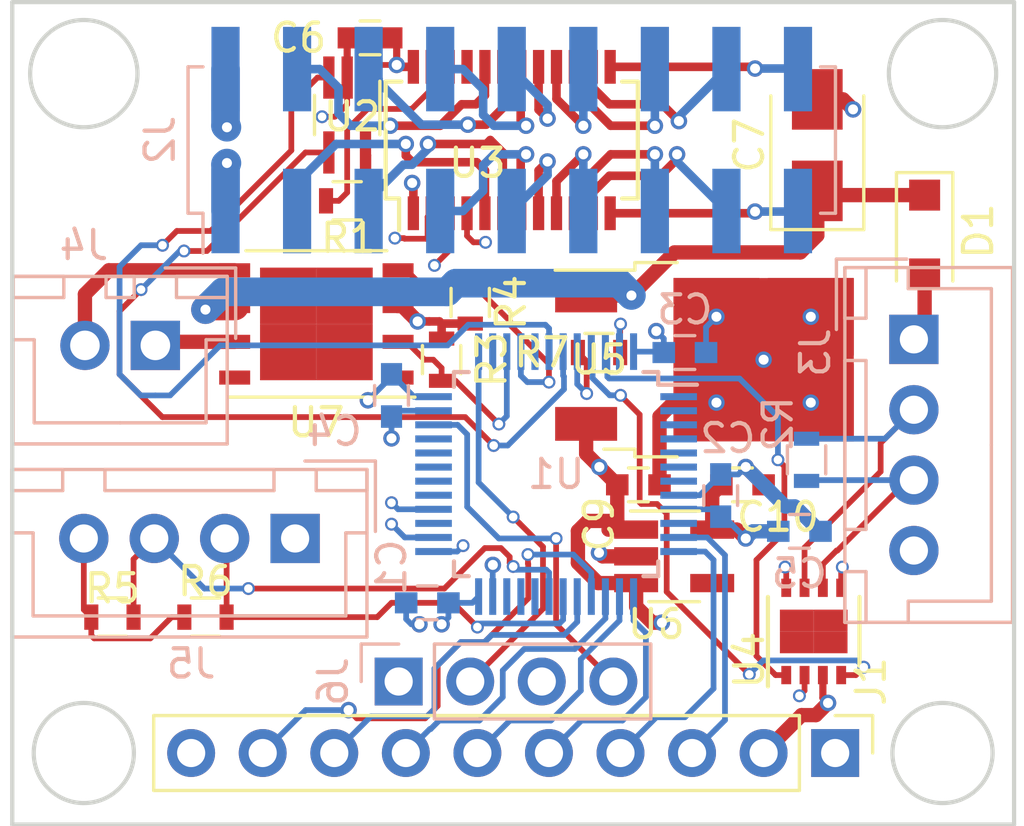
<source format=kicad_pcb>
(kicad_pcb (version 4) (host pcbnew 4.0.7)
  (layers (0 F.Cu signal) (1 PWR.Cu signal hide) (2 GND.Cu signal hide) (31 B.Cu signal) (34 B.Paste user hide) (35 F.Paste user hide) (36 B.SilkS user) (37 F.SilkS user) (38 B.Mask user hide) (39 F.Mask user hide) (44 Edge.Cuts user))
  (net 0 "")
  (net 1 GND)
  (net 2 +3V3)
  (net 3 +5V)
  (net 4 OLED_OCS)
  (net 5 OLED_RST)
  (net 6 OLED_DC)
  (net 7 OLED_SCK)
  (net 8 OLED_MOSI)
  (net 9 CAN_RX)
  (net 10 CAN_TX)
  (net 11 "Net-(J2-Pad3)")
  (net 12 "Net-(J2-Pad4)")
  (net 13 "Net-(J2-Pad5)")
  (net 14 "Net-(J2-Pad6)")
  (net 15 "Net-(J2-Pad7)")
  (net 16 "Net-(J2-Pad8)")
  (net 17 "Net-(J2-Pad9)")
  (net 18 "Net-(J2-Pad10)")
  (net 19 "Net-(J2-Pad11)")
  (net 20 "Net-(J2-Pad12)")
  (net 21 "Net-(J2-Pad13)")
  (net 22 "Net-(J2-Pad14)")
  (net 23 "Net-(J2-Pad15)")
  (net 24 "Net-(J2-Pad16)")
  (net 25 "Net-(R1-Pad1)")
  (net 26 "Net-(R1-Pad2)")
  (net 27 LED_SCK)
  (net 28 LED_MOSI)
  (net 29 SCL)
  (net 30 SDA)
  (net 31 LED_LAT)
  (net 32 "Net-(J2-Pad17)")
  (net 33 "Net-(J2-Pad18)")
  (net 34 CANL)
  (net 35 CANH)
  (net 36 +12V)
  (net 37 "Net-(D1-Pad2)")
  (net 38 "Net-(J4-Pad1)")
  (net 39 "Net-(J4-Pad2)")
  (net 40 DRIVER_1)
  (net 41 DRIVER_2)
  (net 42 ADC_KNOB)
  (net 43 ADC_KNOB2)
  (net 44 "Net-(J6-Pad2)")
  (net 45 "Net-(J6-Pad4)")
  (net 46 "Net-(R7-Pad1)")
  (net 47 OLED_SDCS)
  (net 48 OLED_MISO)
  (module Connectors_JST:JST_XH_B04B-XH-A_04x2.50mm_Straight (layer B.Cu) (at 35.44 44.45 180)
    (fp_text reference J5 (at 3.69 -4.445 360) (layer B.SilkS) (effects (justify mirror)))
    (fp_text value Conn_01x04_Male)
    (pad 1 thru_hole rect (at 0 0 180) (size 1.75 1.75) (drill 1) (layers *.Cu *.Mask) (net 2 +3V3))
    (pad 2 thru_hole circle (at 2.5 0 180) (size 1.75 1.75) (drill 1) (layers *.Cu *.Mask) (net 42 ADC_KNOB))
    (pad 3 thru_hole circle (at 5 0 180) (size 1.75 1.75) (drill 1) (layers *.Cu *.Mask) (net 43 ADC_KNOB2))
    (pad 4 thru_hole circle (at 7.5 0 180) (size 1.75 1.75) (drill 1) (layers *.Cu *.Mask) (net 1 GND))
  )
  (module Housings_QFP:LQFP-48_7x7mm_Pitch0.5mm (layer B.Cu) (at 44.704 42.164 180)
    (fp_text reference U1 (at 0 0 180) (layer B.SilkS) (effects (justify mirror)))
    (fp_text value STM32F072C8Tx)
    (pad 1 smd rect (at -4.35 2.75 180) (size 1.3 0.25) (layers B.Cu B.Paste B.Mask))
    (pad 2 smd rect (at -4.35 2.25 180) (size 1.3 0.25) (layers B.Cu B.Paste B.Mask))
    (pad 3 smd rect (at -4.35 1.75 180) (size 1.3 0.25) (layers B.Cu B.Paste B.Mask))
    (pad 4 smd rect (at -4.35 1.25 180) (size 1.3 0.25) (layers B.Cu B.Paste B.Mask))
    (pad 5 smd rect (at -4.35 0.75 180) (size 1.3 0.25) (layers B.Cu B.Paste B.Mask))
    (pad 6 smd rect (at -4.35 0.25 180) (size 1.3 0.25) (layers B.Cu B.Paste B.Mask))
    (pad 7 smd rect (at -4.35 -0.25 180) (size 1.3 0.25) (layers B.Cu B.Paste B.Mask))
    (pad 8 smd rect (at -4.35 -0.75 180) (size 1.3 0.25) (layers B.Cu B.Paste B.Mask) (net 1 GND))
    (pad 9 smd rect (at -4.35 -1.25 180) (size 1.3 0.25) (layers B.Cu B.Paste B.Mask) (net 2 +3V3))
    (pad 10 smd rect (at -4.35 -1.75 180) (size 1.3 0.25) (layers B.Cu B.Paste B.Mask))
    (pad 11 smd rect (at -4.35 -2.25 180) (size 1.3 0.25) (layers B.Cu B.Paste B.Mask) (net 47 OLED_SDCS))
    (pad 12 smd rect (at -4.35 -2.75 180) (size 1.3 0.25) (layers B.Cu B.Paste B.Mask) (net 4 OLED_OCS))
    (pad 13 smd rect (at -2.75 -4.35 90) (size 1.3 0.25) (layers B.Cu B.Paste B.Mask) (net 5 OLED_RST))
    (pad 14 smd rect (at -2.25 -4.35 90) (size 1.3 0.25) (layers B.Cu B.Paste B.Mask) (net 6 OLED_DC))
    (pad 15 smd rect (at -1.75 -4.35 90) (size 1.3 0.25) (layers B.Cu B.Paste B.Mask) (net 7 OLED_SCK))
    (pad 16 smd rect (at -1.25 -4.35 90) (size 1.3 0.25) (layers B.Cu B.Paste B.Mask) (net 48 OLED_MISO))
    (pad 17 smd rect (at -0.75 -4.35 90) (size 1.3 0.25) (layers B.Cu B.Paste B.Mask) (net 8 OLED_MOSI))
    (pad 18 smd rect (at -0.25 -4.35 90) (size 1.3 0.25) (layers B.Cu B.Paste B.Mask) (net 42 ADC_KNOB))
    (pad 19 smd rect (at 0.25 -4.35 90) (size 1.3 0.25) (layers B.Cu B.Paste B.Mask) (net 43 ADC_KNOB2))
    (pad 20 smd rect (at 0.75 -4.35 90) (size 1.3 0.25) (layers B.Cu B.Paste B.Mask))
    (pad 21 smd rect (at 1.25 -4.35 90) (size 1.3 0.25) (layers B.Cu B.Paste B.Mask))
    (pad 22 smd rect (at 1.75 -4.35 90) (size 1.3 0.25) (layers B.Cu B.Paste B.Mask))
    (pad 23 smd rect (at 2.25 -4.35 90) (size 1.3 0.25) (layers B.Cu B.Paste B.Mask) (net 1 GND))
    (pad 24 smd rect (at 2.75 -4.35 90) (size 1.3 0.25) (layers B.Cu B.Paste B.Mask) (net 2 +3V3))
    (pad 25 smd rect (at 4.35 -2.75 180) (size 1.3 0.25) (layers B.Cu B.Paste B.Mask) (net 31 LED_LAT))
    (pad 26 smd rect (at 4.35 -2.25 180) (size 1.3 0.25) (layers B.Cu B.Paste B.Mask) (net 27 LED_SCK))
    (pad 27 smd rect (at 4.35 -1.75 180) (size 1.3 0.25) (layers B.Cu B.Paste B.Mask))
    (pad 28 smd rect (at 4.35 -1.25 180) (size 1.3 0.25) (layers B.Cu B.Paste B.Mask) (net 28 LED_MOSI))
    (pad 29 smd rect (at 4.35 -0.75 180) (size 1.3 0.25) (layers B.Cu B.Paste B.Mask))
    (pad 30 smd rect (at 4.35 -0.25 180) (size 1.3 0.25) (layers B.Cu B.Paste B.Mask))
    (pad 31 smd rect (at 4.35 0.25 180) (size 1.3 0.25) (layers B.Cu B.Paste B.Mask))
    (pad 32 smd rect (at 4.35 0.75 180) (size 1.3 0.25) (layers B.Cu B.Paste B.Mask))
    (pad 33 smd rect (at 4.35 1.25 180) (size 1.3 0.25) (layers B.Cu B.Paste B.Mask))
    (pad 34 smd rect (at 4.35 1.75 180) (size 1.3 0.25) (layers B.Cu B.Paste B.Mask) (net 45 "Net-(J6-Pad4)"))
    (pad 35 smd rect (at 4.35 2.25 180) (size 1.3 0.25) (layers B.Cu B.Paste B.Mask) (net 1 GND))
    (pad 36 smd rect (at 4.35 2.75 180) (size 1.3 0.25) (layers B.Cu B.Paste B.Mask) (net 2 +3V3))
    (pad 37 smd rect (at 2.75 4.35 90) (size 1.3 0.25) (layers B.Cu B.Paste B.Mask) (net 44 "Net-(J6-Pad2)"))
    (pad 38 smd rect (at 2.25 4.35 90) (size 1.3 0.25) (layers B.Cu B.Paste B.Mask))
    (pad 39 smd rect (at 1.75 4.35 90) (size 1.3 0.25) (layers B.Cu B.Paste B.Mask) (net 40 DRIVER_1))
    (pad 40 smd rect (at 1.25 4.35 90) (size 1.3 0.25) (layers B.Cu B.Paste B.Mask) (net 41 DRIVER_2))
    (pad 41 smd rect (at 0.75 4.35 90) (size 1.3 0.25) (layers B.Cu B.Paste B.Mask))
    (pad 42 smd rect (at 0.25 4.35 90) (size 1.3 0.25) (layers B.Cu B.Paste B.Mask) (net 29 SCL))
    (pad 43 smd rect (at -0.25 4.35 90) (size 1.3 0.25) (layers B.Cu B.Paste B.Mask) (net 30 SDA))
    (pad 44 smd rect (at -0.75 4.35 90) (size 1.3 0.25) (layers B.Cu B.Paste B.Mask) (net 46 "Net-(R7-Pad1)"))
    (pad 45 smd rect (at -1.25 4.35 90) (size 1.3 0.25) (layers B.Cu B.Paste B.Mask) (net 9 CAN_RX))
    (pad 46 smd rect (at -1.75 4.35 90) (size 1.3 0.25) (layers B.Cu B.Paste B.Mask) (net 10 CAN_TX))
    (pad 47 smd rect (at -2.25 4.35 90) (size 1.3 0.25) (layers B.Cu B.Paste B.Mask) (net 1 GND))
    (pad 48 smd rect (at -2.75 4.35 90) (size 1.3 0.25) (layers B.Cu B.Paste B.Mask) (net 2 +3V3))
  )
  (module Pin_Headers:Pin_Header_Straight_1x04_Pitch2.54mm (layer B.Cu) (at 39.116 49.53 270)
    (fp_text reference J6 (at 0 2.33 270) (layer B.SilkS) (effects (justify mirror)))
    (fp_text value Conn_01x04_Male)
    (pad 1 thru_hole rect (at 0 0 270) (size 1.7 1.7) (drill 1) (layers *.Cu *.Mask) (net 2 +3V3))
    (pad 2 thru_hole oval (at 0 -2.54 270) (size 1.7 1.7) (drill 1) (layers *.Cu *.Mask) (net 44 "Net-(J6-Pad2)"))
    (pad 3 thru_hole oval (at 0 -5.08 270) (size 1.7 1.7) (drill 1) (layers *.Cu *.Mask) (net 1 GND))
    (pad 4 thru_hole oval (at 0 -7.62 270) (size 1.7 1.7) (drill 1) (layers *.Cu *.Mask) (net 45 "Net-(J6-Pad4)"))
  )
  (module Socket_Strips:Socket_Strip_Straight_2x09_Pitch2.54mm_SMD (layer B.Cu) (at 43.130226 30.298916 270)
    (fp_text reference J2 (at 0 12.49 270) (layer B.SilkS) (effects (justify mirror)))
    (fp_text value Conn_02x09_Odd_Even)
    (pad 1 smd rect (at 2.52 10.16 270) (size 3 1) (layers B.Cu B.Paste B.Mask) (net 3 +5V))
    (pad 2 smd rect (at -2.52 10.16 270) (size 3 1) (layers B.Cu B.Paste B.Mask) (net 3 +5V))
    (pad 3 smd rect (at 2.52 7.62 270) (size 3 1) (layers B.Cu B.Paste B.Mask) (net 11 "Net-(J2-Pad3)"))
    (pad 4 smd rect (at -2.52 7.62 270) (size 3 1) (layers B.Cu B.Paste B.Mask) (net 12 "Net-(J2-Pad4)"))
    (pad 5 smd rect (at 2.52 5.08 270) (size 3 1) (layers B.Cu B.Paste B.Mask) (net 13 "Net-(J2-Pad5)"))
    (pad 6 smd rect (at -2.52 5.08 270) (size 3 1) (layers B.Cu B.Paste B.Mask) (net 14 "Net-(J2-Pad6)"))
    (pad 7 smd rect (at 2.52 2.54 270) (size 3 1) (layers B.Cu B.Paste B.Mask) (net 15 "Net-(J2-Pad7)"))
    (pad 8 smd rect (at -2.52 2.54 270) (size 3 1) (layers B.Cu B.Paste B.Mask) (net 16 "Net-(J2-Pad8)"))
    (pad 9 smd rect (at 2.52 0 270) (size 3 1) (layers B.Cu B.Paste B.Mask) (net 17 "Net-(J2-Pad9)"))
    (pad 10 smd rect (at -2.52 0 270) (size 3 1) (layers B.Cu B.Paste B.Mask) (net 18 "Net-(J2-Pad10)"))
    (pad 11 smd rect (at 2.52 -2.54 270) (size 3 1) (layers B.Cu B.Paste B.Mask) (net 19 "Net-(J2-Pad11)"))
    (pad 12 smd rect (at -2.52 -2.54 270) (size 3 1) (layers B.Cu B.Paste B.Mask) (net 20 "Net-(J2-Pad12)"))
    (pad 13 smd rect (at 2.52 -5.08 270) (size 3 1) (layers B.Cu B.Paste B.Mask) (net 21 "Net-(J2-Pad13)"))
    (pad 14 smd rect (at -2.52 -5.08 270) (size 3 1) (layers B.Cu B.Paste B.Mask) (net 22 "Net-(J2-Pad14)"))
    (pad 15 smd rect (at 2.52 -7.62 270) (size 3 1) (layers B.Cu B.Paste B.Mask) (net 23 "Net-(J2-Pad15)"))
    (pad 16 smd rect (at -2.52 -7.62 270) (size 3 1) (layers B.Cu B.Paste B.Mask) (net 24 "Net-(J2-Pad16)"))
    (pad 17 smd rect (at 2.52 -10.16 270) (size 3 1) (layers B.Cu B.Paste B.Mask) (net 32 "Net-(J2-Pad17)"))
    (pad 18 smd rect (at -2.52 -10.16 270) (size 3 1) (layers B.Cu B.Paste B.Mask) (net 33 "Net-(J2-Pad18)"))
  )
  (module Housings_SSOP:SSOP-24_3.9x8.7mm_Pitch0.635mm (layer F.Cu) (at 43.130226 30.298916 90)
    (fp_text reference U3 (at -0.816084 -1.220226 180) (layer F.SilkS))
    (fp_text value TLC59284)
    (pad 1 smd rect (at -2.6 -3.4925 90) (size 1.2 0.4) (layers F.Cu F.Paste F.Mask) (net 1 GND))
    (pad 2 smd rect (at -2.6 -2.8575 90) (size 1.2 0.4) (layers F.Cu F.Paste F.Mask) (net 28 LED_MOSI))
    (pad 3 smd rect (at -2.6 -2.2225 90) (size 1.2 0.4) (layers F.Cu F.Paste F.Mask) (net 27 LED_SCK))
    (pad 4 smd rect (at -2.6 -1.5875 90) (size 1.2 0.4) (layers F.Cu F.Paste F.Mask) (net 31 LED_LAT))
    (pad 5 smd rect (at -2.6 -0.9525 90) (size 1.2 0.4) (layers F.Cu F.Paste F.Mask) (net 11 "Net-(J2-Pad3)"))
    (pad 6 smd rect (at -2.6 -0.3175 90) (size 1.2 0.4) (layers F.Cu F.Paste F.Mask) (net 13 "Net-(J2-Pad5)"))
    (pad 7 smd rect (at -2.6 0.3175 90) (size 1.2 0.4) (layers F.Cu F.Paste F.Mask) (net 15 "Net-(J2-Pad7)"))
    (pad 8 smd rect (at -2.6 0.9525 90) (size 1.2 0.4) (layers F.Cu F.Paste F.Mask) (net 17 "Net-(J2-Pad9)"))
    (pad 9 smd rect (at -2.6 1.5875 90) (size 1.2 0.4) (layers F.Cu F.Paste F.Mask) (net 19 "Net-(J2-Pad11)"))
    (pad 10 smd rect (at -2.6 2.2225 90) (size 1.2 0.4) (layers F.Cu F.Paste F.Mask) (net 21 "Net-(J2-Pad13)"))
    (pad 11 smd rect (at -2.6 2.8575 90) (size 1.2 0.4) (layers F.Cu F.Paste F.Mask) (net 23 "Net-(J2-Pad15)"))
    (pad 12 smd rect (at -2.6 3.4925 90) (size 1.2 0.4) (layers F.Cu F.Paste F.Mask) (net 32 "Net-(J2-Pad17)"))
    (pad 13 smd rect (at 2.6 3.4925 90) (size 1.2 0.4) (layers F.Cu F.Paste F.Mask) (net 33 "Net-(J2-Pad18)"))
    (pad 14 smd rect (at 2.6 2.8575 90) (size 1.2 0.4) (layers F.Cu F.Paste F.Mask) (net 24 "Net-(J2-Pad16)"))
    (pad 15 smd rect (at 2.6 2.2225 90) (size 1.2 0.4) (layers F.Cu F.Paste F.Mask) (net 22 "Net-(J2-Pad14)"))
    (pad 16 smd rect (at 2.6 1.5875 90) (size 1.2 0.4) (layers F.Cu F.Paste F.Mask) (net 20 "Net-(J2-Pad12)"))
    (pad 17 smd rect (at 2.6 0.9525 90) (size 1.2 0.4) (layers F.Cu F.Paste F.Mask) (net 18 "Net-(J2-Pad10)"))
    (pad 18 smd rect (at 2.6 0.3175 90) (size 1.2 0.4) (layers F.Cu F.Paste F.Mask) (net 16 "Net-(J2-Pad8)"))
    (pad 19 smd rect (at 2.6 -0.3175 90) (size 1.2 0.4) (layers F.Cu F.Paste F.Mask) (net 14 "Net-(J2-Pad6)"))
    (pad 20 smd rect (at 2.6 -0.9525 90) (size 1.2 0.4) (layers F.Cu F.Paste F.Mask) (net 12 "Net-(J2-Pad4)"))
    (pad 21 smd rect (at 2.6 -1.5875 90) (size 1.2 0.4) (layers F.Cu F.Paste F.Mask))
    (pad 22 smd rect (at 2.6 -2.2225 90) (size 1.2 0.4) (layers F.Cu F.Paste F.Mask))
    (pad 23 smd rect (at 2.6 -2.8575 90) (size 1.2 0.4) (layers F.Cu F.Paste F.Mask) (net 25 "Net-(R1-Pad1)"))
    (pad 24 smd rect (at 2.6 -3.4925 90) (size 1.2 0.4) (layers F.Cu F.Paste F.Mask) (net 2 +3V3))
  )
  (module Capacitors_SMD:C_0603 (layer B.Cu) (at 40.132 46.736 180)
    (fp_text reference C1 (at 1.27 1.27 270) (layer B.SilkS) (effects (justify mirror)))
    (fp_text value 0.1uF)
    (pad 2 smd rect (at 0.75 0 180) (size 0.8 0.75) (layers B.Cu B.Paste B.Mask) (net 1 GND))
    (pad 1 smd rect (at -0.75 0 180) (size 0.8 0.75) (layers B.Cu B.Paste B.Mask) (net 2 +3V3))
  )
  (module Capacitors_SMD:C_0603 (layer B.Cu) (at 50.546 42.926 90)
    (fp_text reference C2 (at 2.032 0.254 180) (layer B.SilkS) (effects (justify mirror)))
    (fp_text value 0.1uF)
    (pad 2 smd rect (at 0.75 0 90) (size 0.8 0.75) (layers B.Cu B.Paste B.Mask) (net 1 GND))
    (pad 1 smd rect (at -0.75 0 90) (size 0.8 0.75) (layers B.Cu B.Paste B.Mask) (net 2 +3V3))
  )
  (module Capacitors_SMD:C_0603 (layer B.Cu) (at 49.276 37.846)
    (fp_text reference C3 (at 0 -1.524) (layer B.SilkS) (effects (justify mirror)))
    (fp_text value 0.1uF)
    (pad 2 smd rect (at 0.75 0) (size 0.8 0.75) (layers B.Cu B.Paste B.Mask) (net 1 GND))
    (pad 1 smd rect (at -0.75 0) (size 0.8 0.75) (layers B.Cu B.Paste B.Mask) (net 2 +3V3))
  )
  (module Capacitors_SMD:C_0603 (layer B.Cu) (at 38.862 39.37 270)
    (fp_text reference C4 (at 1.27 2.032 360) (layer B.SilkS) (effects (justify mirror)))
    (fp_text value 0.1uF)
    (pad 2 smd rect (at 0.75 0 270) (size 0.8 0.75) (layers B.Cu B.Paste B.Mask) (net 1 GND))
    (pad 1 smd rect (at -0.75 0 270) (size 0.8 0.75) (layers B.Cu B.Paste B.Mask) (net 2 +3V3))
  )
  (module Capacitors_SMD:C_0603 (layer B.Cu) (at 53.34 44.196)
    (fp_text reference C5 (at 0 1.5) (layer B.SilkS) (effects (justify mirror)))
    (fp_text value 4.7uF)
    (pad 2 smd rect (at 0.75 0) (size 0.8 0.75) (layers B.Cu B.Paste B.Mask) (net 1 GND))
    (pad 1 smd rect (at -0.75 0) (size 0.8 0.75) (layers B.Cu B.Paste B.Mask) (net 2 +3V3))
  )
  (module Socket_Strips:Socket_Strip_Straight_1x10_Pitch2.54mm (layer F.Cu) (at 54.61 52.07 270)
    (fp_text reference J1 (at -2.54 -1.27 270) (layer F.SilkS))
    (fp_text value Conn_01x10_Female)
    (pad 1 thru_hole rect (at 0 0 270) (size 1.7 1.7) (drill 1) (layers *.Cu *.Mask) (net 1 GND))
    (pad 2 thru_hole oval (at 0 2.54 270) (size 1.7 1.7) (drill 1) (layers *.Cu *.Mask) (net 3 +5V))
    (pad 3 thru_hole oval (at 0 5.08 270) (size 1.7 1.7) (drill 1) (layers *.Cu *.Mask) (net 47 OLED_SDCS))
    (pad 4 thru_hole oval (at 0 7.62 270) (size 1.7 1.7) (drill 1) (layers *.Cu *.Mask) (net 4 OLED_OCS))
    (pad 5 thru_hole oval (at 0 10.16 270) (size 1.7 1.7) (drill 1) (layers *.Cu *.Mask) (net 5 OLED_RST))
    (pad 6 thru_hole oval (at 0 12.7 270) (size 1.7 1.7) (drill 1) (layers *.Cu *.Mask) (net 6 OLED_DC))
    (pad 7 thru_hole oval (at 0 15.24 270) (size 1.7 1.7) (drill 1) (layers *.Cu *.Mask) (net 7 OLED_SCK))
    (pad 8 thru_hole oval (at 0 17.78 270) (size 1.7 1.7) (drill 1) (layers *.Cu *.Mask) (net 8 OLED_MOSI))
    (pad 9 thru_hole oval (at 0 20.32 270) (size 1.7 1.7) (drill 1) (layers *.Cu *.Mask) (net 48 OLED_MISO))
    (pad 10 thru_hole oval (at 0 22.86 270) (size 1.7 1.7) (drill 1) (layers *.Cu *.Mask))
  )
  (module Resistors_SMD:R_0603 (layer F.Cu) (at 37.288226 32.457916)
    (fp_text reference R1 (at 0.049774 1.324084) (layer F.SilkS))
    (fp_text value 2k)
    (pad 1 smd rect (at -0.75 0) (size 0.5 0.9) (layers F.Cu F.Paste F.Mask) (net 25 "Net-(R1-Pad1)"))
    (pad 2 smd rect (at 0.75 0) (size 0.5 0.9) (layers F.Cu F.Paste F.Mask) (net 26 "Net-(R1-Pad2)"))
  )
  (module TO_SOT_Packages_SMD:SOT-353_SC-70-5_Handsoldering (layer F.Cu) (at 37.288226 29.409916 270)
    (fp_text reference U2 (at 0.054084 -0.176774 360) (layer F.SilkS))
    (fp_text value MCP4019)
    (pad 1 smd rect (at -1.33 -0.65 270) (size 1.5 0.4) (layers F.Cu F.Paste F.Mask) (net 2 +3V3))
    (pad 2 smd rect (at -1.33 0 270) (size 1.5 0.4) (layers F.Cu F.Paste F.Mask) (net 1 GND))
    (pad 3 smd rect (at -1.33 0.65 270) (size 1.5 0.4) (layers F.Cu F.Paste F.Mask) (net 29 SCL))
    (pad 4 smd rect (at 1.33 0.65 270) (size 1.5 0.4) (layers F.Cu F.Paste F.Mask) (net 30 SDA))
    (pad 5 smd rect (at 1.33 -0.65 270) (size 1.5 0.4) (layers F.Cu F.Paste F.Mask) (net 26 "Net-(R1-Pad2)"))
  )
  (module Capacitors_SMD:C_0603 (layer F.Cu) (at 38.1 26.67 180)
    (fp_text reference C6 (at 2.54 0 180) (layer F.SilkS))
    (fp_text value 0.1uF)
    (pad 2 smd rect (at 0.75 0 180) (size 0.8 0.75) (layers F.Cu F.Paste F.Mask) (net 1 GND))
    (pad 1 smd rect (at -0.75 0 180) (size 0.8 0.75) (layers F.Cu F.Paste F.Mask) (net 2 +3V3))
  )
  (module Housings_DFN_QFN:DFN-8-1EP_3x3mm_Pitch0.65mm (layer F.Cu) (at 53.848 47.752 90)
    (fp_text reference U4 (at -1.016 -2.286 90) (layer F.SilkS))
    (fp_text value MCP2562)
    (pad 1 smd rect (at -1.55 -0.975 90) (size 0.65 0.35) (layers F.Cu F.Paste F.Mask) (net 10 CAN_TX))
    (pad 2 smd rect (at -1.55 -0.325 90) (size 0.65 0.35) (layers F.Cu F.Paste F.Mask) (net 1 GND))
    (pad 3 smd rect (at -1.55 0.325 90) (size 0.65 0.35) (layers F.Cu F.Paste F.Mask) (net 3 +5V))
    (pad 4 smd rect (at -1.55 0.975 90) (size 0.65 0.35) (layers F.Cu F.Paste F.Mask) (net 9 CAN_RX))
    (pad 5 smd rect (at 1.55 0.975 90) (size 0.65 0.35) (layers F.Cu F.Paste F.Mask) (net 2 +3V3))
    (pad 6 smd rect (at 1.55 0.325 90) (size 0.65 0.35) (layers F.Cu F.Paste F.Mask) (net 34 CANL))
    (pad 7 smd rect (at 1.55 -0.325 90) (size 0.65 0.35) (layers F.Cu F.Paste F.Mask) (net 35 CANH))
    (pad 8 smd rect (at 1.55 -0.975 90) (size 0.65 0.35) (layers F.Cu F.Paste F.Mask) (net 1 GND))
    (pad 9 smd rect (at 0.3875 0.6 90) (size 0.775 1.2) (layers F.Cu F.Paste F.Mask))
    (pad 9 smd rect (at 0.3875 -0.6 90) (size 0.775 1.2) (layers F.Cu F.Paste F.Mask))
    (pad 9 smd rect (at -0.3875 0.6 90) (size 0.775 1.2) (layers F.Cu F.Paste F.Mask))
    (pad 9 smd rect (at -0.3875 -0.6 90) (size 0.775 1.2) (layers F.Cu F.Paste F.Mask))
  )
  (module Resistors_SMD:R_0603 (layer B.Cu) (at 53.594 41.656 270)
    (fp_text reference R2 (at -1.27 1.016 270) (layer B.SilkS) (effects (justify mirror)))
    (fp_text value 120)
    (pad 1 smd rect (at -0.75 0 270) (size 0.5 0.9) (layers B.Cu B.Paste B.Mask) (net 35 CANH))
    (pad 2 smd rect (at 0.75 0 270) (size 0.5 0.9) (layers B.Cu B.Paste B.Mask) (net 34 CANL))
  )
  (module Capacitors_SMD:C_0603 (layer F.Cu) (at 47.625 42.545)
    (fp_text reference C9 (at -1.397 1.397 90) (layer F.SilkS))
    (fp_text value 0.1uF)
    (pad 2 smd rect (at 0.75 0) (size 0.8 0.75) (layers F.Cu F.Paste F.Mask) (net 1 GND))
    (pad 1 smd rect (at -0.75 0) (size 0.8 0.75) (layers F.Cu F.Paste F.Mask) (net 3 +5V))
  )
  (module Capacitors_SMD:C_0603 (layer F.Cu) (at 51.32 42.545)
    (fp_text reference C10 (at 1.258 1.143) (layer F.SilkS))
    (fp_text value 0.1uF)
    (pad 2 smd rect (at 0.75 0) (size 0.8 0.75) (layers F.Cu F.Paste F.Mask) (net 1 GND))
    (pad 1 smd rect (at -0.75 0) (size 0.8 0.75) (layers F.Cu F.Paste F.Mask) (net 2 +3V3))
  )
  (module TO_SOT_Packages_SMD:TO-252-2 (layer F.Cu) (at 49.97 38.1)
    (fp_text reference U5 (at -3.742 0) (layer F.SilkS))
    (fp_text value L7805)
    (pad 1 smd rect (at -4.2 -2.28) (size 2.2 1.2) (layers F.Cu F.Paste F.Mask) (net 36 +12V))
    (pad 3 smd rect (at -4.2 2.28) (size 2.2 1.2) (layers F.Cu F.Paste F.Mask) (net 3 +5V))
    (pad 2 smd rect (at 2.1 0) (size 6.4 5.8) (layers F.Cu F.Mask) (net 1 GND))
    (pad 2 smd rect (at 3.775 1.525) (size 3.05 2.75) (layers F.Cu F.Paste) (net 1 GND))
    (pad 2 smd rect (at 0.425 -1.525) (size 3.05 2.75) (layers F.Cu F.Paste) (net 1 GND))
    (pad 2 smd rect (at 3.775 -1.525) (size 3.05 2.75) (layers F.Cu F.Paste) (net 1 GND))
    (pad 2 smd rect (at 0.425 1.525) (size 3.05 2.75) (layers F.Cu F.Paste) (net 1 GND))
  )
  (module TO_SOT_Packages_SMD:SOT-23-5_HandSoldering (layer F.Cu) (at 48.895 45.085)
    (fp_text reference U6 (at -0.635 2.413) (layer F.SilkS))
    (fp_text value AP2204K-3.3)
    (pad 1 smd rect (at -1.35 -0.95) (size 1.56 0.65) (layers F.Cu F.Paste F.Mask) (net 3 +5V))
    (pad 2 smd rect (at -1.35 0) (size 1.56 0.65) (layers F.Cu F.Paste F.Mask) (net 1 GND))
    (pad 3 smd rect (at -1.35 0.95) (size 1.56 0.65) (layers F.Cu F.Paste F.Mask) (net 3 +5V))
    (pad 4 smd rect (at 1.35 0.95) (size 1.56 0.65) (layers F.Cu F.Paste F.Mask))
    (pad 5 smd rect (at 1.35 -0.95) (size 1.56 0.65) (layers F.Cu F.Paste F.Mask) (net 2 +3V3))
  )
  (module Capacitors_Tantalum_SMD:CP_Tantalum_Case-B_EIA-3528-21_Wave (layer F.Cu) (at 53.975 30.48 90)
    (fp_text reference C7 (at 0 -2.413 90) (layer F.SilkS))
    (fp_text value 4.7uF)
    (pad 1 smd rect (at -1.625 0 90) (size 2.15 1.8) (layers F.Cu F.Paste F.Mask) (net 36 +12V))
    (pad 2 smd rect (at 1.625 0 90) (size 2.15 1.8) (layers F.Cu F.Paste F.Mask) (net 1 GND))
  )
  (module Diodes_SMD:D_SOD-123F (layer F.Cu) (at 57.785 33.655 270)
    (fp_text reference D1 (at -0.127 -1.905 270) (layer F.SilkS))
    (fp_text value D_Schottky)
    (pad 1 smd rect (at -1.4 0 270) (size 1.1 1.1) (layers F.Cu F.Paste F.Mask) (net 36 +12V))
    (pad 2 smd rect (at 1.4 0 270) (size 1.1 1.1) (layers F.Cu F.Paste F.Mask) (net 37 "Net-(D1-Pad2)"))
  )
  (module Connectors_JST:JST_XH_B02B-XH-A_02x2.50mm_Straight (layer B.Cu) (at 30.48 37.592 180)
    (fp_text reference J4 (at 2.54 3.556 180) (layer B.SilkS) (effects (justify mirror)))
    (fp_text value Conn_01x02_Male)
    (pad 1 thru_hole rect (at 0 0 180) (size 1.75 1.75) (drill 1.05) (layers *.Cu *.Mask) (net 38 "Net-(J4-Pad1)"))
    (pad 2 thru_hole circle (at 2.5 0 180) (size 1.75 1.75) (drill 1.05) (layers *.Cu *.Mask) (net 39 "Net-(J4-Pad2)"))
  )
  (module Resistors_SMD:R_0603 (layer F.Cu) (at 40.64 38.1 90)
    (fp_text reference R3 (at 0 1.778 90) (layer F.SilkS))
    (fp_text value 10k)
    (pad 1 smd rect (at -0.75 0 90) (size 0.5 0.9) (layers F.Cu F.Paste F.Mask) (net 40 DRIVER_1))
    (pad 2 smd rect (at 0.75 0 90) (size 0.5 0.9) (layers F.Cu F.Paste F.Mask) (net 1 GND))
  )
  (module Resistors_SMD:R_0603 (layer F.Cu) (at 41.656 36.068 270)
    (fp_text reference R4 (at 0 -1.45 270) (layer F.SilkS))
    (fp_text value 10k)
    (pad 1 smd rect (at -0.75 0 270) (size 0.5 0.9) (layers F.Cu F.Paste F.Mask) (net 41 DRIVER_2))
    (pad 2 smd rect (at 0.75 0 270) (size 0.5 0.9) (layers F.Cu F.Paste F.Mask) (net 1 GND))
  )
  (module Housings_DFN_QFN:DFN-8-1EP_6x5mm_Pitch1.27mm_LargeFlag (layer F.Cu) (at 36.195 36.83 180)
    (fp_text reference U7 (at 0 -3.5 180) (layer F.SilkS))
    (fp_text value MIC4427)
    (pad 9 smd rect (at -1 -1 90) (size 2 2) (layers F.Cu F.Paste F.Mask) (clearance 0.1))
    (pad 1 smd rect (at -2.9 -1.905 90) (size 0.5 1.1) (layers F.Cu F.Paste F.Mask) (clearance 0.1))
    (pad 2 smd rect (at -2.9 -0.635 90) (size 0.5 1.1) (layers F.Cu F.Paste F.Mask) (net 40 DRIVER_1) (clearance 0.1))
    (pad 3 smd rect (at -2.9 0.635 90) (size 0.5 1.1) (layers F.Cu F.Paste F.Mask) (net 1 GND) (clearance 0.1))
    (pad 4 smd rect (at -2.9 1.905 90) (size 0.5 1.1) (layers F.Cu F.Paste F.Mask) (net 41 DRIVER_2) (clearance 0.1))
    (pad 5 smd rect (at 2.9 1.905 90) (size 0.5 1.1) (layers F.Cu F.Paste F.Mask) (net 39 "Net-(J4-Pad2)") (clearance 0.1))
    (pad 6 smd rect (at 2.9 0.635 90) (size 0.5 1.1) (layers F.Cu F.Paste F.Mask) (net 36 +12V) (clearance 0.1))
    (pad 7 smd rect (at 2.9 -0.635 90) (size 0.5 1.1) (layers F.Cu F.Paste F.Mask) (net 38 "Net-(J4-Pad1)") (clearance 0.1))
    (pad 8 smd rect (at 2.9 -1.905 90) (size 0.5 1.1) (layers F.Cu F.Paste F.Mask) (clearance 0.1))
    (pad 9 smd rect (at 1 -1 90) (size 2 2) (layers F.Cu F.Paste F.Mask) (clearance 0.1))
    (pad 9 smd rect (at -1 1 90) (size 2 2) (layers F.Cu F.Paste F.Mask) (clearance 0.1))
    (pad 9 smd rect (at 1 1 90) (size 2 2) (layers F.Cu F.Paste F.Mask) (clearance 0.1))
  )
  (module Resistors_SMD:R_0603 (layer F.Cu) (at 28.956 47.244 180)
    (fp_text reference R5 (at 0 1.016 180) (layer F.SilkS))
    (fp_text value 100k)
    (pad 1 smd rect (at -0.75 0 180) (size 0.5 0.9) (layers F.Cu F.Paste F.Mask) (net 43 ADC_KNOB2))
    (pad 2 smd rect (at 0.75 0 180) (size 0.5 0.9) (layers F.Cu F.Paste F.Mask) (net 1 GND))
  )
  (module Resistors_SMD:R_0603 (layer F.Cu) (at 32.258 47.244 180)
    (fp_text reference R6 (at 0 1.27 180) (layer F.SilkS))
    (fp_text value 100k)
    (pad 1 smd rect (at -0.75 0 180) (size 0.5 0.9) (layers F.Cu F.Paste F.Mask) (net 42 ADC_KNOB))
    (pad 2 smd rect (at 0.75 0 180) (size 0.5 0.9) (layers F.Cu F.Paste F.Mask) (net 1 GND))
  )
  (module Connectors_JST:JST_XH_B04B-XH-A_04x2.50mm_Straight (layer B.Cu) (at 57.404 37.378 270)
    (fp_text reference J3 (at 0.468 3.5 270) (layer B.SilkS) (effects (justify mirror)))
    (fp_text value Conn_01x04_Male)
    (pad 1 thru_hole rect (at 0 0 270) (size 1.75 1.75) (drill 1) (layers *.Cu *.Mask) (net 37 "Net-(D1-Pad2)"))
    (pad 2 thru_hole circle (at 2.5 0 270) (size 1.75 1.75) (drill 1) (layers *.Cu *.Mask) (net 35 CANH))
    (pad 3 thru_hole circle (at 5 0 270) (size 1.75 1.75) (drill 1) (layers *.Cu *.Mask) (net 34 CANL))
    (pad 4 thru_hole circle (at 7.5 0 270) (size 1.75 1.75) (drill 1) (layers *.Cu *.Mask) (net 1 GND))
  )
  (module Resistors_SMD:R_0603 (layer F.Cu) (at 46.228 37.846)
    (fp_text reference R7 (at -2.032 0) (layer F.SilkS))
    (fp_text value 10k)
    (pad 1 smd rect (at -0.75 0) (size 0.5 0.9) (layers F.Cu F.Paste F.Mask) (net 46 "Net-(R7-Pad1)"))
    (pad 2 smd rect (at 0.75 0) (size 0.5 0.9) (layers F.Cu F.Paste F.Mask) (net 1 GND))
  )
  (gr_line (start 25.4 25.4) (end 25.4 54.61) (layer Edge.Cuts) (width 0.15))
  (gr_line (start 60.96 25.4) (end 25.4 25.4) (layer Edge.Cuts) (width 0.15))
  (gr_line (start 60.96 54.61) (end 60.96 25.4) (layer Edge.Cuts) (width 0.15))
  (gr_line (start 25.4 54.61) (end 60.96 54.61) (layer Edge.Cuts) (width 0.15))
  (gr_circle (center 58.42 27.94) (end 58.42 29.845) (layer Edge.Cuts) (width 0.15))
  (gr_circle (center 27.94 27.94) (end 27.94 29.845) (layer Edge.Cuts) (width 0.15))
  (gr_circle (center 27.94 52.07) (end 29.718 52.07) (layer Edge.Cuts) (width 0.15))
  (gr_circle (center 58.42 52.07) (end 56.642 52.07) (layer Edge.Cuts) (width 0.15))
  (segment (start 46.978 37.846) (end 46.978 36.847708) (width 0.2032) (layer F.Cu) (net 1))
  (via (at 46.991292 36.834416) (size 0.4572) (drill 0.3048) (layers F.Cu B.Cu) (net 1))
  (segment (start 46.978 36.847708) (end 46.991292 36.834416) (width 0.2032) (layer F.Cu) (net 1))
  (segment (start 46.954 37.814) (end 46.954 36.871708) (width 0.2032) (layer B.Cu) (net 1))
  (segment (start 46.954 36.871708) (end 46.991292 36.834416) (width 0.2032) (layer B.Cu) (net 1))
  (segment (start 41.656 36.818) (end 40.64 36.818) (width 0.3048) (layer F.Cu) (net 1))
  (segment (start 40.64 36.818) (end 40.563113 36.741113) (width 0.3048) (layer F.Cu) (net 1))
  (segment (start 40.563113 36.741113) (end 40.202191 36.741113) (width 0.3048) (layer F.Cu) (net 1))
  (segment (start 39.242987 36.195) (end 39.497001 36.449014) (width 0.508) (layer F.Cu) (net 1))
  (segment (start 40.202191 36.741113) (end 39.7891 36.741113) (width 0.3048) (layer F.Cu) (net 1))
  (segment (start 39.095 36.195) (end 39.242987 36.195) (width 0.508) (layer F.Cu) (net 1))
  (segment (start 39.497001 36.449014) (end 39.7891 36.741113) (width 0.508) (layer F.Cu) (net 1))
  (via (at 39.7891 36.741113) (size 0.5842) (drill 0.3556) (layers F.Cu B.Cu) (net 1))
  (segment (start 42.454 45.394284) (end 42.459529 45.388755) (width 0.2032) (layer B.Cu) (net 1))
  (via (at 42.459529 45.388755) (size 0.5842) (drill 0.3556) (layers F.Cu B.Cu) (net 1))
  (segment (start 42.454 46.514) (end 42.454 45.394284) (width 0.2032) (layer B.Cu) (net 1))
  (segment (start 52.07 42.545) (end 51.435 41.91) (width 0.508) (layer F.Cu) (net 1))
  (segment (start 52.838 43.313) (end 53.182 43.313) (width 0.508) (layer B.Cu) (net 1))
  (segment (start 54.065 44.196) (end 54.09 44.196) (width 0.508) (layer B.Cu) (net 1))
  (segment (start 51.435 41.91) (end 52.838 43.313) (width 0.508) (layer B.Cu) (net 1))
  (segment (start 50.546 42.176) (end 51.169 42.176) (width 0.2032) (layer B.Cu) (net 1))
  (via (at 51.435 41.91) (size 0.5842) (drill 0.3556) (layers F.Cu B.Cu) (net 1))
  (segment (start 51.169 42.176) (end 51.435 41.91) (width 0.2032) (layer B.Cu) (net 1))
  (segment (start 52.873 46.202) (end 52.873 45.507) (width 0.2032) (layer F.Cu) (net 1))
  (segment (start 53.182 43.313) (end 54.065 44.196) (width 0.508) (layer B.Cu) (net 1))
  (segment (start 52.873 45.507) (end 52.832 45.466) (width 0.2032) (layer F.Cu) (net 1))
  (via (at 52.832 45.466) (size 0.4572) (drill 0.3048) (layers F.Cu B.Cu) (net 1))
  (via (at 46.228 44.958) (size 0.5842) (drill 0.3556) (layers F.Cu B.Cu) (net 1))
  (segment (start 47.545 45.085) (end 46.355 45.085) (width 0.508) (layer F.Cu) (net 1))
  (segment (start 46.355 45.085) (end 46.228 44.958) (width 0.508) (layer F.Cu) (net 1))
  (segment (start 49.054 42.914) (end 49.808 42.914) (width 0.2032) (layer B.Cu) (net 1))
  (segment (start 49.808 42.914) (end 50.546 42.176) (width 0.2032) (layer B.Cu) (net 1))
  (segment (start 50.026 37.846) (end 50.026 36.944) (width 0.2032) (layer B.Cu) (net 1))
  (segment (start 50.026 36.944) (end 50.395 36.575) (width 0.2032) (layer B.Cu) (net 1))
  (segment (start 39.5658 47.498) (end 39.852587 47.498) (width 0.2032) (layer B.Cu) (net 1))
  (segment (start 39.382 47.3142) (end 39.5658 47.498) (width 0.2032) (layer B.Cu) (net 1))
  (segment (start 39.382 46.736) (end 39.382 47.3142) (width 0.2032) (layer B.Cu) (net 1))
  (via (at 39.852587 47.498) (size 0.5842) (drill 0.3556) (layers F.Cu B.Cu) (net 1))
  (segment (start 38.862 40.12) (end 38.862 40.894) (width 0.2032) (layer B.Cu) (net 1))
  (via (at 38.862 40.894) (size 0.5842) (drill 0.3556) (layers F.Cu B.Cu) (net 1))
  (segment (start 38.862 40.12) (end 39.068 39.914) (width 0.2032) (layer B.Cu) (net 1))
  (segment (start 39.068 39.914) (end 40.354 39.914) (width 0.2032) (layer B.Cu) (net 1))
  (segment (start 28.206 47.244) (end 28.206 47.8972) (width 0.2032) (layer F.Cu) (net 1))
  (segment (start 28.206 47.8972) (end 28.307601 47.998801) (width 0.2032) (layer F.Cu) (net 1))
  (segment (start 28.307601 47.998801) (end 30.299999 47.998801) (width 0.2032) (layer F.Cu) (net 1))
  (segment (start 31.0548 47.244) (end 31.508 47.244) (width 0.2032) (layer F.Cu) (net 1))
  (segment (start 30.299999 47.998801) (end 31.0548 47.244) (width 0.2032) (layer F.Cu) (net 1))
  (segment (start 27.94 44.45) (end 27.94 46.978) (width 0.2032) (layer F.Cu) (net 1))
  (segment (start 27.94 46.978) (end 28.206 47.244) (width 0.2032) (layer F.Cu) (net 1))
  (segment (start 40.64 37.35) (end 40.64 36.818) (width 0.3048) (layer F.Cu) (net 1))
  (segment (start 48.375 40.12) (end 48.87 39.625) (width 0.508) (layer F.Cu) (net 1))
  (segment (start 48.87 39.625) (end 50.395 39.625) (width 0.508) (layer F.Cu) (net 1))
  (segment (start 48.375 42.545) (end 48.375 40.12) (width 0.508) (layer F.Cu) (net 1))
  (via (at 52.07 38.1) (size 0.5842) (drill 0.3556) (layers F.Cu B.Cu) (net 1))
  (segment (start 50.395 36.575) (end 50.395 39.625) (width 0.508) (layer F.Cu) (net 1))
  (via (at 50.395 39.625) (size 0.5842) (drill 0.3556) (layers F.Cu B.Cu) (net 1))
  (segment (start 53.745 36.575) (end 50.395 36.575) (width 0.508) (layer F.Cu) (net 1))
  (via (at 50.395 36.575) (size 0.5842) (drill 0.3556) (layers F.Cu B.Cu) (net 1))
  (via (at 53.745 36.575) (size 0.5842) (drill 0.3556) (layers F.Cu B.Cu) (net 1))
  (segment (start 52.07 38.1) (end 52.22 38.1) (width 0.508) (layer F.Cu) (net 1))
  (segment (start 52.22 38.1) (end 53.745 39.625) (width 0.508) (layer F.Cu) (net 1))
  (via (at 53.745 39.625) (size 0.5842) (drill 0.3556) (layers F.Cu B.Cu) (net 1))
  (segment (start 53.975 28.855) (end 54.89 28.855) (width 0.508) (layer F.Cu) (net 1))
  (segment (start 54.89 28.855) (end 55.245 29.21) (width 0.508) (layer F.Cu) (net 1))
  (via (at 55.245 29.21) (size 0.5842) (drill 0.3556) (layers F.Cu B.Cu) (net 1))
  (segment (start 53.523 49.302) (end 53.523 49.855) (width 0.2032) (layer F.Cu) (net 1))
  (segment (start 53.523 49.855) (end 53.34 50.038) (width 0.2032) (layer F.Cu) (net 1))
  (via (at 53.34 50.038) (size 0.4572) (drill 0.3048) (layers F.Cu B.Cu) (net 1))
  (segment (start 37.288226 28.079916) (end 37.288226 26.731774) (width 0.254) (layer F.Cu) (net 1))
  (segment (start 37.288226 26.731774) (end 37.35 26.67) (width 0.254) (layer F.Cu) (net 1))
  (segment (start 37.288226 28.079916) (end 37.288226 29.033116) (width 0.2032) (layer F.Cu) (net 1))
  (segment (start 37.288226 29.033116) (end 36.849318 29.472024) (width 0.2032) (layer F.Cu) (net 1))
  (via (at 36.396442 29.472024) (size 0.4572) (drill 0.3048) (layers F.Cu B.Cu) (net 1))
  (segment (start 36.849318 29.472024) (end 36.396442 29.472024) (width 0.2032) (layer F.Cu) (net 1))
  (segment (start 39.637726 32.898916) (end 39.637726 31.865718) (width 0.3048) (layer F.Cu) (net 1))
  (segment (start 39.637726 31.865718) (end 39.594924 31.822916) (width 0.3048) (layer F.Cu) (net 1))
  (via (at 39.594924 31.822916) (size 0.5842) (drill 0.3556) (layers F.Cu B.Cu) (net 1))
  (segment (start 51.12 44.135) (end 51.435 44.45) (width 0.508) (layer F.Cu) (net 2))
  (segment (start 51.689 44.196) (end 51.435 44.45) (width 0.508) (layer B.Cu) (net 2))
  (segment (start 52.59 44.196) (end 51.689 44.196) (width 0.508) (layer B.Cu) (net 2))
  (segment (start 50.661 43.676) (end 51.435 44.45) (width 0.2032) (layer B.Cu) (net 2))
  (segment (start 50.546 43.676) (end 50.661 43.676) (width 0.2032) (layer B.Cu) (net 2))
  (segment (start 50.245 44.135) (end 51.12 44.135) (width 0.508) (layer F.Cu) (net 2))
  (via (at 51.435 44.45) (size 0.5842) (drill 0.3556) (layers F.Cu B.Cu) (net 2))
  (segment (start 49.054 43.414) (end 50.284 43.414) (width 0.2032) (layer B.Cu) (net 2))
  (segment (start 50.284 43.414) (end 50.546 43.676) (width 0.2032) (layer B.Cu) (net 2))
  (segment (start 48.526 37.846) (end 48.526 37.35) (width 0.2032) (layer B.Cu) (net 2))
  (segment (start 48.526 37.35) (end 48.26 37.084) (width 0.2032) (layer B.Cu) (net 2))
  (via (at 48.26 37.084) (size 0.5842) (drill 0.3556) (layers F.Cu B.Cu) (net 2))
  (segment (start 47.454 37.814) (end 48.494 37.814) (width 0.2032) (layer B.Cu) (net 2))
  (segment (start 48.494 37.814) (end 48.526 37.846) (width 0.2032) (layer B.Cu) (net 2))
  (segment (start 40.882 46.736) (end 40.882 47.256) (width 0.2032) (layer B.Cu) (net 2))
  (segment (start 40.882 47.256) (end 40.64 47.498) (width 0.2032) (layer B.Cu) (net 2))
  (via (at 40.64 47.498) (size 0.5842) (drill 0.3556) (layers F.Cu B.Cu) (net 2))
  (segment (start 40.882 46.736) (end 41.732 46.736) (width 0.2032) (layer B.Cu) (net 2))
  (segment (start 41.732 46.736) (end 41.954 46.514) (width 0.2032) (layer B.Cu) (net 2))
  (segment (start 38.862 38.62) (end 38.862 38.705029) (width 0.2032) (layer B.Cu) (net 2))
  (segment (start 38.862 38.705029) (end 38.024637 39.542392) (width 0.2032) (layer B.Cu) (net 2))
  (via (at 38.024637 39.542392) (size 0.5842) (drill 0.3556) (layers F.Cu B.Cu) (net 2))
  (segment (start 40.354 39.414) (end 39.656 39.414) (width 0.2032) (layer B.Cu) (net 2))
  (segment (start 39.656 39.414) (end 38.862 38.62) (width 0.2032) (layer B.Cu) (net 2))
  (segment (start 50.245 44.135) (end 50.245 42.87) (width 0.508) (layer F.Cu) (net 2))
  (segment (start 50.245 42.87) (end 50.57 42.545) (width 0.508) (layer F.Cu) (net 2))
  (segment (start 54.823 46.202) (end 54.823 45.507) (width 0.2032) (layer F.Cu) (net 2))
  (via (at 54.864 45.466) (size 0.4572) (drill 0.3048) (layers F.Cu B.Cu) (net 2))
  (segment (start 54.823 45.507) (end 54.864 45.466) (width 0.2032) (layer F.Cu) (net 2))
  (segment (start 39.045528 27.631916) (end 39.045528 26.865528) (width 0.254) (layer F.Cu) (net 2))
  (segment (start 39.045528 26.865528) (end 38.85 26.67) (width 0.254) (layer F.Cu) (net 2))
  (segment (start 39.045528 27.631916) (end 38.386226 27.631916) (width 0.2032) (layer F.Cu) (net 2))
  (segment (start 38.386226 27.631916) (end 37.938226 28.079916) (width 0.2032) (layer F.Cu) (net 2))
  (segment (start 39.637726 27.698916) (end 39.112528 27.698916) (width 0.3048) (layer F.Cu) (net 2))
  (segment (start 39.112528 27.698916) (end 39.045528 27.631916) (width 0.3048) (layer F.Cu) (net 2))
  (via (at 39.045528 27.631916) (size 0.5842) (drill 0.3556) (layers F.Cu B.Cu) (net 2))
  (segment (start 47.545 46.035) (end 46.196032 46.035) (width 0.508) (layer F.Cu) (net 3))
  (segment (start 45.834962 43.827038) (end 46.875 43.827038) (width 0.508) (layer F.Cu) (net 3))
  (segment (start 45.478698 45.317666) (end 45.478698 44.183302) (width 0.508) (layer F.Cu) (net 3))
  (segment (start 46.196032 46.035) (end 45.478698 45.317666) (width 0.508) (layer F.Cu) (net 3))
  (segment (start 45.478698 44.183302) (end 45.834962 43.827038) (width 0.508) (layer F.Cu) (net 3))
  (segment (start 48.117934 47.440934) (end 48.45709 47.440934) (width 0.508) (layer F.Cu) (net 3))
  (segment (start 47.545 46.868) (end 48.117934 47.440934) (width 0.508) (layer F.Cu) (net 3))
  (via (at 48.45709 47.440934) (size 0.5842) (drill 0.3556) (layers F.Cu B.Cu) (net 3))
  (segment (start 47.545 46.035) (end 47.545 46.868) (width 0.508) (layer F.Cu) (net 3))
  (segment (start 54.173 49.302) (end 54.173 50.109) (width 0.254) (layer F.Cu) (net 3))
  (segment (start 54.173 50.109) (end 54.356 50.292) (width 0.254) (layer F.Cu) (net 3))
  (segment (start 52.07 52.07) (end 53.416199 50.723801) (width 0.508) (layer F.Cu) (net 3))
  (segment (start 53.416199 50.723801) (end 53.924199 50.723801) (width 0.508) (layer F.Cu) (net 3))
  (segment (start 53.924199 50.723801) (end 54.356 50.292) (width 0.508) (layer F.Cu) (net 3))
  (via (at 54.356 50.292) (size 0.5842) (drill 0.3556) (layers F.Cu B.Cu) (net 3))
  (segment (start 47.625 46.115) (end 47.545 46.035) (width 0.254) (layer F.Cu) (net 3))
  (segment (start 32.970226 32.818916) (end 32.970226 31.164774) (width 1.016) (layer B.Cu) (net 3))
  (segment (start 32.970226 31.164774) (end 33.02 31.115) (width 1.016) (layer B.Cu) (net 3))
  (segment (start 32.970226 27.778916) (end 32.970226 29.795226) (width 1.016) (layer B.Cu) (net 3))
  (segment (start 32.970226 29.795226) (end 33.02 29.845) (width 1.016) (layer B.Cu) (net 3))
  (via (at 33.02 29.845) (size 0.5842) (drill 0.3556) (layers F.Cu B.Cu) (net 3))
  (via (at 33.02 31.115) (size 0.5842) (drill 0.3556) (layers F.Cu B.Cu) (net 3))
  (segment (start 46.24 41.91) (end 46.875 42.545) (width 0.508) (layer F.Cu) (net 3))
  (segment (start 45.77 41.44) (end 46.24 41.91) (width 0.508) (layer F.Cu) (net 3))
  (via (at 46.24 41.91) (size 0.5842) (drill 0.3556) (layers F.Cu B.Cu) (net 3))
  (segment (start 46.875 42.545) (end 46.875 43.827038) (width 0.508) (layer F.Cu) (net 3))
  (segment (start 46.875 43.827038) (end 46.567038 44.135) (width 0.508) (layer F.Cu) (net 3))
  (segment (start 47.545 44.135) (end 46.567038 44.135) (width 0.508) (layer F.Cu) (net 3))
  (segment (start 45.77 40.38) (end 45.77 41.44) (width 0.508) (layer F.Cu) (net 3))
  (segment (start 49.054 44.914) (end 49.994 44.914) (width 0.2032) (layer B.Cu) (net 4))
  (segment (start 49.994 44.914) (end 50.292 45.212) (width 0.2032) (layer B.Cu) (net 4))
  (segment (start 50.292 45.212) (end 50.292 49.784) (width 0.2032) (layer B.Cu) (net 4))
  (segment (start 50.292 49.784) (end 49.276 50.8) (width 0.2032) (layer B.Cu) (net 4))
  (segment (start 49.276 50.8) (end 48.26 50.8) (width 0.2032) (layer B.Cu) (net 4))
  (segment (start 48.26 50.8) (end 46.99 52.07) (width 0.2032) (layer B.Cu) (net 4))
  (segment (start 47.454 47.3672) (end 47.890801 47.804001) (width 0.2032) (layer B.Cu) (net 5))
  (segment (start 47.890801 47.804001) (end 47.890801 50.084305) (width 0.2032) (layer B.Cu) (net 5))
  (segment (start 47.454 46.514) (end 47.454 47.3672) (width 0.2032) (layer B.Cu) (net 5))
  (segment (start 47.890801 50.084305) (end 47.059907 50.915199) (width 0.2032) (layer B.Cu) (net 5))
  (segment (start 47.059907 50.915199) (end 45.604801 50.915199) (width 0.2032) (layer B.Cu) (net 5))
  (segment (start 45.604801 50.915199) (end 45.299999 51.220001) (width 0.2032) (layer B.Cu) (net 5))
  (segment (start 45.299999 51.220001) (end 44.45 52.07) (width 0.2032) (layer B.Cu) (net 5))
  (segment (start 41.91 52.07) (end 43.064801 50.915199) (width 0.2032) (layer B.Cu) (net 6))
  (segment (start 43.064801 50.915199) (end 44.519907 50.915199) (width 0.2032) (layer B.Cu) (net 6))
  (segment (start 44.519907 50.915199) (end 45.581199 49.853907) (width 0.2032) (layer B.Cu) (net 6))
  (segment (start 45.581199 49.853907) (end 45.581199 48.740001) (width 0.2032) (layer B.Cu) (net 6))
  (segment (start 45.581199 48.740001) (end 46.954 47.3672) (width 0.2032) (layer B.Cu) (net 6))
  (segment (start 46.954 47.3672) (end 46.954 46.514) (width 0.2032) (layer B.Cu) (net 6))
  (segment (start 40.249391 51.220001) (end 40.219999 51.220001) (width 0.2032) (layer B.Cu) (net 7))
  (segment (start 41.979907 50.915199) (end 40.554193 50.915199) (width 0.2032) (layer B.Cu) (net 7))
  (segment (start 42.810801 49.137199) (end 42.810801 50.084305) (width 0.2032) (layer B.Cu) (net 7))
  (segment (start 43.572801 48.375199) (end 42.810801 49.137199) (width 0.2032) (layer B.Cu) (net 7))
  (segment (start 40.554193 50.915199) (end 40.249391 51.220001) (width 0.2032) (layer B.Cu) (net 7))
  (segment (start 45.371251 48.375199) (end 43.572801 48.375199) (width 0.2032) (layer B.Cu) (net 7))
  (segment (start 40.219999 51.220001) (end 39.37 52.07) (width 0.2032) (layer B.Cu) (net 7))
  (segment (start 46.454 47.29245) (end 45.371251 48.375199) (width 0.2032) (layer B.Cu) (net 7))
  (segment (start 46.454 46.514) (end 46.454 47.29245) (width 0.2032) (layer B.Cu) (net 7))
  (segment (start 42.810801 50.084305) (end 41.979907 50.915199) (width 0.2032) (layer B.Cu) (net 7))
  (segment (start 45.454 47.412393) (end 45.454 47.3672) (width 0.2032) (layer B.Cu) (net 8))
  (segment (start 42.420024 47.875212) (end 44.991181 47.875212) (width 0.2032) (layer B.Cu) (net 8))
  (segment (start 42.166033 48.129203) (end 42.420024 47.875212) (width 0.2032) (layer B.Cu) (net 8))
  (segment (start 41.325988 48.129203) (end 42.166033 48.129203) (width 0.2032) (layer B.Cu) (net 8))
  (segment (start 45.454 47.3672) (end 45.454 46.514) (width 0.2032) (layer B.Cu) (net 8))
  (segment (start 40.386 49.069191) (end 41.325988 48.129203) (width 0.2032) (layer B.Cu) (net 8))
  (segment (start 40.386 50.508642) (end 40.386 49.069191) (width 0.2032) (layer B.Cu) (net 8))
  (segment (start 40.128017 50.766625) (end 40.386 50.508642) (width 0.2032) (layer B.Cu) (net 8))
  (segment (start 38.133375 50.766625) (end 40.128017 50.766625) (width 0.2032) (layer B.Cu) (net 8))
  (segment (start 36.83 52.07) (end 38.133375 50.766625) (width 0.2032) (layer B.Cu) (net 8))
  (segment (start 44.991181 47.875212) (end 45.454 47.412393) (width 0.2032) (layer B.Cu) (net 8))
  (segment (start 46.668003 39.365584) (end 46.991292 39.365584) (width 0.2032) (layer B.Cu) (net 9))
  (segment (start 46.607191 39.365584) (end 46.668003 39.365584) (width 0.2032) (layer B.Cu) (net 9))
  (segment (start 45.999401 38.757794) (end 46.607191 39.365584) (width 0.2032) (layer B.Cu) (net 9))
  (segment (start 45.999401 37.859401) (end 45.999401 38.757794) (width 0.2032) (layer B.Cu) (net 9))
  (segment (start 45.954 37.814) (end 45.999401 37.859401) (width 0.2032) (layer B.Cu) (net 9))
  (segment (start 46.991292 39.365584) (end 46.991292 39.371292) (width 0.2032) (layer F.Cu) (net 9))
  (segment (start 48.629801 43.566159) (end 48.629801 46.343801) (width 0.2032) (layer F.Cu) (net 9))
  (segment (start 48.629801 46.343801) (end 51.562 49.276) (width 0.2032) (layer F.Cu) (net 9))
  (segment (start 46.991292 39.371292) (end 47.670199 40.050199) (width 0.2032) (layer F.Cu) (net 9))
  (segment (start 47.670199 40.050199) (end 47.670199 43.163841) (width 0.2032) (layer F.Cu) (net 9))
  (segment (start 47.670199 43.163841) (end 47.731159 43.224801) (width 0.2032) (layer F.Cu) (net 9))
  (segment (start 47.731159 43.224801) (end 48.288443 43.224801) (width 0.2032) (layer F.Cu) (net 9))
  (segment (start 48.288443 43.224801) (end 48.629801 43.566159) (width 0.2032) (layer F.Cu) (net 9))
  (segment (start 52.299591 48.782077) (end 52.055923 48.782077) (width 0.2032) (layer B.Cu) (net 9))
  (segment (start 52.055923 48.782077) (end 51.562 49.276) (width 0.2032) (layer B.Cu) (net 9))
  (via (at 51.562 49.276) (size 0.4572) (drill 0.3048) (layers F.Cu B.Cu) (net 9))
  (via (at 46.991292 39.365584) (size 0.4572) (drill 0.3048) (layers F.Cu B.Cu) (net 9))
  (segment (start 55.626 49.022) (end 55.386077 48.782077) (width 0.2032) (layer B.Cu) (net 9))
  (segment (start 55.386077 48.782077) (end 52.299591 48.782077) (width 0.2032) (layer B.Cu) (net 9))
  (segment (start 54.823 49.302) (end 55.346 49.302) (width 0.2032) (layer F.Cu) (net 9))
  (segment (start 55.346 49.302) (end 55.626 49.022) (width 0.2032) (layer F.Cu) (net 9))
  (via (at 55.626 49.022) (size 0.4572) (drill 0.3048) (layers F.Cu B.Cu) (net 9))
  (segment (start 52.578 41.656) (end 52.806599 41.884599) (width 0.2032) (layer F.Cu) (net 10))
  (segment (start 52.806599 41.884599) (end 52.806599 44.221401) (width 0.2032) (layer F.Cu) (net 10))
  (segment (start 52.806599 44.221401) (end 51.816 45.212) (width 0.2032) (layer F.Cu) (net 10))
  (segment (start 51.816 48.6232) (end 52.4948 49.302) (width 0.2032) (layer F.Cu) (net 10))
  (segment (start 51.816 45.212) (end 51.816 48.6232) (width 0.2032) (layer F.Cu) (net 10))
  (segment (start 52.4948 49.302) (end 52.873 49.302) (width 0.2032) (layer F.Cu) (net 10))
  (segment (start 51.214801 38.768801) (end 52.578 40.132) (width 0.2032) (layer B.Cu) (net 10))
  (segment (start 52.578 40.132) (end 52.578 41.656) (width 0.2032) (layer B.Cu) (net 10))
  (via (at 52.578 41.656) (size 0.4572) (drill 0.3048) (layers F.Cu B.Cu) (net 10))
  (segment (start 46.524199 38.707841) (end 46.585159 38.768801) (width 0.2032) (layer B.Cu) (net 10))
  (segment (start 46.454 37.814) (end 46.524199 37.884199) (width 0.2032) (layer B.Cu) (net 10))
  (segment (start 46.524199 37.884199) (end 46.524199 38.707841) (width 0.2032) (layer B.Cu) (net 10))
  (segment (start 46.585159 38.768801) (end 51.214801 38.768801) (width 0.2032) (layer B.Cu) (net 10))
  (segment (start 52.873 49.452) (end 52.873 49.302) (width 0.2032) (layer F.Cu) (net 10))
  (segment (start 41.885627 31.086317) (end 42.177726 31.378416) (width 0.3048) (layer F.Cu) (net 11))
  (segment (start 42.177726 31.378416) (end 42.177726 32.898916) (width 0.3048) (layer F.Cu) (net 11))
  (segment (start 39.369003 30.438616) (end 39.369003 30.851707) (width 0.3048) (layer F.Cu) (net 11))
  (segment (start 39.369003 30.851707) (end 39.603613 31.086317) (width 0.3048) (layer F.Cu) (net 11))
  (segment (start 39.603613 31.086317) (end 41.885627 31.086317) (width 0.3048) (layer F.Cu) (net 11))
  (segment (start 36.369827 30.963315) (end 36.894526 30.438616) (width 0.3048) (layer B.Cu) (net 11))
  (segment (start 36.894526 30.438616) (end 39.369003 30.438616) (width 0.3048) (layer B.Cu) (net 11))
  (via (at 39.369003 30.438616) (size 0.5842) (drill 0.3556) (layers F.Cu B.Cu) (net 11))
  (segment (start 36.365827 30.963315) (end 36.369827 30.963315) (width 0.3048) (layer B.Cu) (net 11))
  (segment (start 36.365827 30.963315) (end 35.510226 31.818916) (width 0.3048) (layer B.Cu) (net 11))
  (segment (start 35.510226 31.818916) (end 35.510226 32.818916) (width 0.3048) (layer B.Cu) (net 11))
  (segment (start 38.812226 29.790916) (end 37.422144 29.790916) (width 0.3048) (layer B.Cu) (net 12))
  (segment (start 36.980643 29.349415) (end 36.980643 28.444533) (width 0.3048) (layer B.Cu) (net 12))
  (segment (start 37.422144 29.790916) (end 36.980643 29.349415) (width 0.3048) (layer B.Cu) (net 12))
  (segment (start 36.980643 28.444533) (end 36.315026 27.778916) (width 0.3048) (layer B.Cu) (net 12))
  (segment (start 36.315026 27.778916) (end 35.510226 27.778916) (width 0.3048) (layer B.Cu) (net 12))
  (segment (start 42.177726 28.711416) (end 41.860226 29.028916) (width 0.3048) (layer F.Cu) (net 12))
  (segment (start 41.860226 29.028916) (end 41.352226 29.028916) (width 0.3048) (layer F.Cu) (net 12))
  (segment (start 42.177726 27.698916) (end 42.177726 28.711416) (width 0.3048) (layer F.Cu) (net 12))
  (segment (start 40.590226 29.790916) (end 41.352226 29.028916) (width 0.3048) (layer F.Cu) (net 12))
  (segment (start 38.812226 29.790916) (end 40.590226 29.790916) (width 0.3048) (layer F.Cu) (net 12))
  (via (at 38.812226 29.790916) (size 0.5842) (drill 0.3556) (layers F.Cu B.Cu) (net 12))
  (segment (start 40.156406 30.438616) (end 40.156406 30.609811) (width 0.3048) (layer B.Cu) (net 13))
  (segment (start 40.156406 30.609811) (end 39.591002 31.175215) (width 0.3048) (layer B.Cu) (net 13))
  (segment (start 39.591002 31.175215) (end 39.284027 31.175215) (width 0.3048) (layer B.Cu) (net 13))
  (segment (start 39.284027 31.175215) (end 38.050226 32.409016) (width 0.3048) (layer B.Cu) (net 13))
  (segment (start 38.050226 32.409016) (end 38.050226 32.818916) (width 0.3048) (layer B.Cu) (net 13))
  (segment (start 42.368226 30.298916) (end 42.228526 30.438616) (width 0.3048) (layer F.Cu) (net 13))
  (segment (start 42.228526 30.438616) (end 40.156406 30.438616) (width 0.3048) (layer F.Cu) (net 13))
  (via (at 40.156406 30.438616) (size 0.5842) (drill 0.3556) (layers F.Cu B.Cu) (net 13))
  (segment (start 42.812726 30.743416) (end 42.368226 30.298916) (width 0.3048) (layer F.Cu) (net 13))
  (segment (start 42.812726 32.898916) (end 42.812726 30.743416) (width 0.3048) (layer F.Cu) (net 13))
  (segment (start 39.924657 29.753429) (end 38.397827 28.226599) (width 0.3048) (layer B.Cu) (net 14))
  (segment (start 38.397827 28.226599) (end 38.397827 28.126517) (width 0.3048) (layer B.Cu) (net 14))
  (segment (start 38.397827 28.126517) (end 38.050226 27.778916) (width 0.3048) (layer B.Cu) (net 14))
  (segment (start 41.569511 29.753429) (end 42.220188 29.753429) (width 0.3048) (layer F.Cu) (net 14))
  (segment (start 42.220188 29.753429) (end 42.812726 29.160891) (width 0.3048) (layer F.Cu) (net 14))
  (segment (start 42.812726 29.160891) (end 42.812726 27.698916) (width 0.3048) (layer F.Cu) (net 14))
  (segment (start 41.569511 29.753429) (end 39.924657 29.753429) (width 0.3048) (layer B.Cu) (net 14))
  (via (at 41.569511 29.753429) (size 0.5842) (drill 0.3556) (layers F.Cu B.Cu) (net 14))
  (segment (start 42.114226 31.194834) (end 42.114226 32.099716) (width 0.3048) (layer B.Cu) (net 15))
  (segment (start 42.114226 32.099716) (end 41.395026 32.818916) (width 0.3048) (layer B.Cu) (net 15))
  (segment (start 41.395026 32.818916) (end 40.590226 32.818916) (width 0.3048) (layer B.Cu) (net 15))
  (segment (start 43.638226 30.806916) (end 42.502144 30.806916) (width 0.3048) (layer B.Cu) (net 15))
  (segment (start 42.502144 30.806916) (end 42.114226 31.194834) (width 0.3048) (layer B.Cu) (net 15))
  (segment (start 43.447726 32.898916) (end 43.447726 30.997416) (width 0.3048) (layer F.Cu) (net 15))
  (segment (start 43.447726 30.997416) (end 43.638226 30.806916) (width 0.3048) (layer F.Cu) (net 15))
  (via (at 43.638226 30.806916) (size 0.5842) (drill 0.3556) (layers F.Cu B.Cu) (net 15))
  (segment (start 42.114226 29.402998) (end 42.114226 28.498116) (width 0.3048) (layer B.Cu) (net 16))
  (segment (start 42.114226 28.498116) (end 41.395026 27.778916) (width 0.3048) (layer B.Cu) (net 16))
  (segment (start 41.395026 27.778916) (end 40.590226 27.778916) (width 0.3048) (layer B.Cu) (net 16))
  (segment (start 43.638226 29.790916) (end 42.502144 29.790916) (width 0.3048) (layer B.Cu) (net 16))
  (segment (start 42.502144 29.790916) (end 42.114226 29.402998) (width 0.3048) (layer B.Cu) (net 16))
  (segment (start 43.447726 27.698916) (end 43.447726 29.600416) (width 0.3048) (layer F.Cu) (net 16))
  (segment (start 43.447726 29.600416) (end 43.638226 29.790916) (width 0.3048) (layer F.Cu) (net 16))
  (via (at 43.638226 29.790916) (size 0.5842) (drill 0.3556) (layers F.Cu B.Cu) (net 16))
  (segment (start 44.400226 31.060916) (end 44.400226 31.548916) (width 0.3048) (layer B.Cu) (net 17))
  (segment (start 44.400226 31.548916) (end 43.130226 32.818916) (width 0.3048) (layer B.Cu) (net 17))
  (segment (start 44.082726 32.898916) (end 44.082726 31.378416) (width 0.3048) (layer F.Cu) (net 17))
  (segment (start 44.082726 31.378416) (end 44.400226 31.060916) (width 0.3048) (layer F.Cu) (net 17))
  (via (at 44.400226 31.060916) (size 0.5842) (drill 0.3556) (layers F.Cu B.Cu) (net 17))
  (segment (start 44.400226 29.536916) (end 44.400226 29.048916) (width 0.3048) (layer B.Cu) (net 18))
  (segment (start 44.400226 29.048916) (end 43.130226 27.778916) (width 0.3048) (layer B.Cu) (net 18))
  (segment (start 44.082726 27.698916) (end 44.082726 29.219416) (width 0.3048) (layer F.Cu) (net 18))
  (via (at 44.400226 29.536916) (size 0.5842) (drill 0.3556) (layers F.Cu B.Cu) (net 18))
  (segment (start 44.082726 29.219416) (end 44.400226 29.536916) (width 0.3048) (layer F.Cu) (net 18))
  (segment (start 45.670226 30.806916) (end 45.670226 32.818916) (width 0.3048) (layer B.Cu) (net 19))
  (segment (start 44.717726 32.898916) (end 44.717726 31.759416) (width 0.3048) (layer F.Cu) (net 19))
  (segment (start 44.717726 31.759416) (end 45.670226 30.806916) (width 0.3048) (layer F.Cu) (net 19))
  (via (at 45.670226 30.806916) (size 0.5842) (drill 0.3556) (layers F.Cu B.Cu) (net 19))
  (segment (start 45.670226 29.790916) (end 45.670226 27.778916) (width 0.3048) (layer B.Cu) (net 20))
  (segment (start 44.717726 27.698916) (end 44.717726 28.838416) (width 0.3048) (layer F.Cu) (net 20))
  (segment (start 44.717726 28.838416) (end 45.670226 29.790916) (width 0.3048) (layer F.Cu) (net 20))
  (via (at 45.670226 29.790916) (size 0.5842) (drill 0.3556) (layers F.Cu B.Cu) (net 20))
  (segment (start 48.210226 30.806916) (end 48.210226 32.818916) (width 0.3048) (layer B.Cu) (net 21))
  (segment (start 45.352726 32.898916) (end 45.352726 32.093834) (width 0.3048) (layer F.Cu) (net 21))
  (via (at 48.210226 30.806916) (size 0.5842) (drill 0.3556) (layers F.Cu B.Cu) (net 21))
  (segment (start 45.352726 32.093834) (end 46.639644 30.806916) (width 0.3048) (layer F.Cu) (net 21))
  (segment (start 46.639644 30.806916) (end 48.210226 30.806916) (width 0.3048) (layer F.Cu) (net 21))
  (segment (start 48.210226 29.790916) (end 48.210226 27.778916) (width 0.3048) (layer B.Cu) (net 22))
  (segment (start 45.352726 27.698916) (end 45.352726 28.503998) (width 0.3048) (layer F.Cu) (net 22))
  (segment (start 45.352726 28.503998) (end 46.639644 29.790916) (width 0.3048) (layer F.Cu) (net 22))
  (segment (start 46.639644 29.790916) (end 48.210226 29.790916) (width 0.3048) (layer F.Cu) (net 22))
  (via (at 48.210226 29.790916) (size 0.5842) (drill 0.3556) (layers F.Cu B.Cu) (net 22))
  (segment (start 48.997629 30.806916) (end 48.997629 31.066319) (width 0.3048) (layer B.Cu) (net 23))
  (segment (start 48.997629 31.066319) (end 50.750226 32.818916) (width 0.3048) (layer B.Cu) (net 23))
  (segment (start 46.596078 31.568916) (end 48.406824 31.568916) (width 0.3048) (layer F.Cu) (net 23))
  (segment (start 48.406824 31.568916) (end 48.997629 30.978111) (width 0.3048) (layer F.Cu) (net 23))
  (segment (start 48.997629 30.978111) (end 48.997629 30.806916) (width 0.3048) (layer F.Cu) (net 23))
  (via (at 48.997629 30.806916) (size 0.5842) (drill 0.3556) (layers F.Cu B.Cu) (net 23))
  (segment (start 45.987726 32.898916) (end 45.987726 32.177268) (width 0.3048) (layer F.Cu) (net 23))
  (segment (start 45.987726 32.177268) (end 46.596078 31.568916) (width 0.3048) (layer F.Cu) (net 23))
  (segment (start 49.063141 29.626443) (end 49.063141 29.466001) (width 0.3048) (layer B.Cu) (net 24))
  (segment (start 49.063141 29.466001) (end 50.750226 27.778916) (width 0.3048) (layer B.Cu) (net 24))
  (segment (start 46.596078 29.028916) (end 48.465614 29.028916) (width 0.3048) (layer F.Cu) (net 24))
  (segment (start 48.465614 29.028916) (end 49.063141 29.626443) (width 0.3048) (layer F.Cu) (net 24))
  (via (at 49.063141 29.626443) (size 0.5842) (drill 0.3556) (layers F.Cu B.Cu) (net 24))
  (segment (start 45.987726 27.698916) (end 45.987726 28.420564) (width 0.3048) (layer F.Cu) (net 24))
  (segment (start 45.987726 28.420564) (end 46.596078 29.028916) (width 0.3048) (layer F.Cu) (net 24))
  (segment (start 37.288226 29.917916) (end 38.012127 29.194015) (width 0.2032) (layer F.Cu) (net 25))
  (segment (start 38.012127 29.194015) (end 39.580827 29.194015) (width 0.2032) (layer F.Cu) (net 25))
  (segment (start 39.580827 29.194015) (end 40.272726 28.502116) (width 0.2032) (layer F.Cu) (net 25))
  (segment (start 40.272726 28.502116) (end 40.272726 27.698916) (width 0.2032) (layer F.Cu) (net 25))
  (segment (start 37.288226 32.161116) (end 37.288226 29.917916) (width 0.2032) (layer F.Cu) (net 25))
  (segment (start 36.538226 32.457916) (end 36.991426 32.457916) (width 0.2032) (layer F.Cu) (net 25))
  (segment (start 36.991426 32.457916) (end 37.288226 32.161116) (width 0.2032) (layer F.Cu) (net 25))
  (segment (start 38.038226 32.457916) (end 38.038226 30.839916) (width 0.2032) (layer F.Cu) (net 26))
  (segment (start 38.038226 30.839916) (end 37.938226 30.739916) (width 0.2032) (layer F.Cu) (net 26))
  (segment (start 40.354 44.414) (end 39.334 44.414) (width 0.2032) (layer B.Cu) (net 27))
  (segment (start 39.334 44.414) (end 38.862 43.942) (width 0.2032) (layer B.Cu) (net 27))
  (via (at 38.862 43.942) (size 0.4572) (drill 0.3048) (layers F.Cu B.Cu) (net 27))
  (segment (start 40.907726 32.898916) (end 40.907726 34.228992) (width 0.2032) (layer F.Cu) (net 27))
  (segment (start 40.907726 34.228992) (end 40.386 34.750718) (width 0.2032) (layer F.Cu) (net 27))
  (via (at 40.386 34.750718) (size 0.4572) (drill 0.3048) (layers F.Cu B.Cu) (net 27))
  (segment (start 40.354 43.414) (end 39.096 43.414) (width 0.2032) (layer B.Cu) (net 28))
  (segment (start 39.096 43.414) (end 38.862 43.18) (width 0.2032) (layer B.Cu) (net 28))
  (via (at 38.862 43.18) (size 0.4572) (drill 0.3048) (layers F.Cu B.Cu) (net 28))
  (segment (start 39.305317 33.782) (end 38.982028 33.782) (width 0.2032) (layer F.Cu) (net 28))
  (segment (start 40.272726 32.898916) (end 40.142527 33.029115) (width 0.2032) (layer F.Cu) (net 28))
  (segment (start 40.081567 33.803717) (end 39.327034 33.803717) (width 0.2032) (layer F.Cu) (net 28))
  (segment (start 40.142527 33.742757) (end 40.081567 33.803717) (width 0.2032) (layer F.Cu) (net 28))
  (segment (start 39.327034 33.803717) (end 39.305317 33.782) (width 0.2032) (layer F.Cu) (net 28))
  (segment (start 40.142527 33.029115) (end 40.142527 33.742757) (width 0.2032) (layer F.Cu) (net 28))
  (via (at 38.982028 33.782) (size 0.4572) (drill 0.3048) (layers F.Cu B.Cu) (net 28))
  (segment (start 40.852358 37.592) (end 32.778642 37.592) (width 0.2032) (layer B.Cu) (net 29))
  (segment (start 32.778642 37.592) (end 31.000642 39.37) (width 0.2032) (layer B.Cu) (net 29))
  (segment (start 44.322841 36.859199) (end 41.585159 36.859199) (width 0.2032) (layer B.Cu) (net 29))
  (segment (start 41.585159 36.859199) (end 40.852358 37.592) (width 0.2032) (layer B.Cu) (net 29))
  (segment (start 30.734 34.036) (end 31.242 33.528) (width 0.2032) (layer F.Cu) (net 29))
  (segment (start 31.242 33.528) (end 32.44525 33.528) (width 0.2032) (layer F.Cu) (net 29))
  (segment (start 32.44525 33.528) (end 35.306 30.66725) (width 0.2032) (layer F.Cu) (net 29))
  (segment (start 35.306 30.66725) (end 35.306 29.008942) (width 0.2032) (layer F.Cu) (net 29))
  (segment (start 35.306 29.008942) (end 36.235026 28.079916) (width 0.2032) (layer F.Cu) (net 29))
  (segment (start 36.235026 28.079916) (end 36.638226 28.079916) (width 0.2032) (layer F.Cu) (net 29))
  (segment (start 29.972 34.036) (end 30.734 34.036) (width 0.2032) (layer B.Cu) (net 29))
  (via (at 30.734 34.036) (size 0.4572) (drill 0.3048) (layers F.Cu B.Cu) (net 29))
  (segment (start 29.21 34.798) (end 29.972 34.036) (width 0.2032) (layer B.Cu) (net 29))
  (segment (start 29.21 38.620642) (end 29.21 34.798) (width 0.2032) (layer B.Cu) (net 29))
  (segment (start 30.48 39.37) (end 29.959358 39.37) (width 0.2032) (layer B.Cu) (net 29))
  (segment (start 29.959358 39.37) (end 29.21 38.620642) (width 0.2032) (layer B.Cu) (net 29))
  (segment (start 31.000642 39.37) (end 30.48 39.37) (width 0.2032) (layer B.Cu) (net 29))
  (segment (start 44.454 37.814) (end 44.454 36.990358) (width 0.2032) (layer B.Cu) (net 29))
  (segment (start 44.454 36.990358) (end 44.322841 36.859199) (width 0.2032) (layer B.Cu) (net 29))
  (segment (start 36.638226 28.380188) (end 36.638226 28.079916) (width 0.2032) (layer F.Cu) (net 29))
  (segment (start 32.3088 34.2392) (end 35.808084 30.739916) (width 0.2032) (layer F.Cu) (net 30))
  (segment (start 35.808084 30.739916) (end 36.638226 30.739916) (width 0.2032) (layer F.Cu) (net 30))
  (segment (start 31.496 34.2392) (end 32.3088 34.2392) (width 0.2032) (layer F.Cu) (net 30))
  (segment (start 29.972 35.6108) (end 31.3436 34.2392) (width 0.2032) (layer B.Cu) (net 30))
  (segment (start 31.3436 34.2392) (end 31.496 34.2392) (width 0.2032) (layer B.Cu) (net 30))
  (via (at 31.496 34.2392) (size 0.4572) (drill 0.3048) (layers F.Cu B.Cu) (net 30))
  (segment (start 29.21 38.620642) (end 29.21 36.3728) (width 0.2032) (layer F.Cu) (net 30))
  (segment (start 29.21 36.3728) (end 29.972 35.6108) (width 0.2032) (layer F.Cu) (net 30))
  (via (at 29.972 35.6108) (size 0.4572) (drill 0.3048) (layers F.Cu B.Cu) (net 30))
  (segment (start 42.4874 41.148) (end 41.478693 40.139293) (width 0.2032) (layer F.Cu) (net 30))
  (segment (start 41.478693 40.139293) (end 30.728651 40.139293) (width 0.2032) (layer F.Cu) (net 30))
  (segment (start 30.728651 40.139293) (end 29.21 38.620642) (width 0.2032) (layer F.Cu) (net 30))
  (segment (start 44.954 37.814) (end 44.954 38.6672) (width 0.2032) (layer B.Cu) (net 30))
  (segment (start 44.954 38.6672) (end 44.983401 38.696601) (width 0.2032) (layer B.Cu) (net 30))
  (segment (start 44.983401 38.696601) (end 44.983401 39.151835) (width 0.2032) (layer B.Cu) (net 30))
  (segment (start 44.983401 39.151835) (end 42.987236 41.148) (width 0.2032) (layer B.Cu) (net 30))
  (segment (start 42.987236 41.148) (end 42.4874 41.148) (width 0.2032) (layer B.Cu) (net 30))
  (via (at 42.4874 41.148) (size 0.4572) (drill 0.3048) (layers F.Cu B.Cu) (net 30))
  (segment (start 40.354 44.914) (end 41.193249 44.914) (width 0.2032) (layer B.Cu) (net 31))
  (segment (start 41.193249 44.914) (end 41.402883 44.704366) (width 0.2032) (layer B.Cu) (net 31))
  (via (at 41.402883 44.704366) (size 0.4572) (drill 0.3048) (layers F.Cu B.Cu) (net 31))
  (segment (start 41.542726 32.898916) (end 41.542726 33.702116) (width 0.2032) (layer F.Cu) (net 31))
  (via (at 42.198424 33.930718) (size 0.4572) (drill 0.3048) (layers F.Cu B.Cu) (net 31))
  (segment (start 41.542726 33.702116) (end 41.771328 33.930718) (width 0.2032) (layer F.Cu) (net 31))
  (segment (start 41.771328 33.930718) (end 42.198424 33.930718) (width 0.2032) (layer F.Cu) (net 31))
  (segment (start 51.766226 32.838916) (end 53.270226 32.838916) (width 0.3048) (layer B.Cu) (net 32))
  (segment (start 53.270226 32.838916) (end 53.290226 32.818916) (width 0.3048) (layer B.Cu) (net 32))
  (segment (start 46.622726 32.898916) (end 51.706226 32.898916) (width 0.3048) (layer F.Cu) (net 32))
  (segment (start 51.706226 32.898916) (end 51.766226 32.838916) (width 0.3048) (layer F.Cu) (net 32))
  (via (at 51.766226 32.838916) (size 0.5842) (drill 0.3556) (layers F.Cu B.Cu) (net 32))
  (segment (start 51.766226 27.758916) (end 53.270226 27.758916) (width 0.3048) (layer B.Cu) (net 33))
  (segment (start 53.270226 27.758916) (end 53.290226 27.778916) (width 0.3048) (layer B.Cu) (net 33))
  (segment (start 46.622726 27.698916) (end 51.706226 27.698916) (width 0.3048) (layer F.Cu) (net 33))
  (segment (start 51.706226 27.698916) (end 51.766226 27.758916) (width 0.3048) (layer F.Cu) (net 33))
  (via (at 51.766226 27.758916) (size 0.5842) (drill 0.3556) (layers F.Cu B.Cu) (net 33))
  (segment (start 57.404 42.378) (end 53.622 42.378) (width 0.2032) (layer B.Cu) (net 34))
  (segment (start 53.622 42.378) (end 53.594 42.406) (width 0.2032) (layer B.Cu) (net 34))
  (segment (start 54.173 46.202) (end 54.173 45.367566) (width 0.2032) (layer F.Cu) (net 34))
  (segment (start 54.173 45.367566) (end 54.662566 44.878) (width 0.2032) (layer F.Cu) (net 34))
  (segment (start 54.662566 44.878) (end 54.69 44.878) (width 0.2032) (layer F.Cu) (net 34))
  (segment (start 54.69 44.878) (end 57.19 42.378) (width 0.2032) (layer F.Cu) (net 34))
  (segment (start 57.19 42.378) (end 57.404 42.378) (width 0.2032) (layer F.Cu) (net 34))
  (segment (start 53.594 40.906) (end 56.376 40.906) (width 0.2032) (layer B.Cu) (net 35))
  (segment (start 56.376 40.906) (end 57.404 39.878) (width 0.2032) (layer B.Cu) (net 35))
  (segment (start 53.523 46.202) (end 53.523 44.775) (width 0.2032) (layer F.Cu) (net 35))
  (segment (start 56.224199 41.057801) (end 56.529001 40.752999) (width 0.2032) (layer F.Cu) (net 35))
  (segment (start 53.523 44.775) (end 56.224199 42.073801) (width 0.2032) (layer F.Cu) (net 35))
  (segment (start 56.224199 42.073801) (end 56.224199 41.057801) (width 0.2032) (layer F.Cu) (net 35))
  (segment (start 56.529001 40.752999) (end 57.404 39.878) (width 0.2032) (layer F.Cu) (net 35))
  (segment (start 46.940198 35.382198) (end 47.085901 35.527901) (width 1.016) (layer B.Cu) (net 36))
  (segment (start 40.837105 35.690519) (end 41.145426 35.382198) (width 1.016) (layer B.Cu) (net 36))
  (segment (start 32.889481 35.690519) (end 40.837105 35.690519) (width 1.016) (layer B.Cu) (net 36))
  (segment (start 41.145426 35.382198) (end 46.940198 35.382198) (width 1.016) (layer B.Cu) (net 36))
  (segment (start 47.085901 35.527901) (end 47.378 35.82) (width 1.016) (layer B.Cu) (net 36))
  (segment (start 32.258 36.322) (end 32.889481 35.690519) (width 1.016) (layer B.Cu) (net 36))
  (via (at 47.378 35.82) (size 0.5842) (drill 0.3556) (layers F.Cu B.Cu) (net 36))
  (segment (start 33.295 36.195) (end 32.385 36.195) (width 1.016) (layer F.Cu) (net 36))
  (segment (start 32.385 36.195) (end 32.258 36.322) (width 1.016) (layer F.Cu) (net 36))
  (via (at 32.258 36.322) (size 0.5842) (drill 0.3556) (layers F.Cu B.Cu) (net 36))
  (segment (start 53.373 34.29) (end 48.908 34.29) (width 0.508) (layer F.Cu) (net 36))
  (segment (start 48.908 34.29) (end 47.378 35.82) (width 0.508) (layer F.Cu) (net 36))
  (segment (start 47.378 35.82) (end 45.77 35.82) (width 0.508) (layer F.Cu) (net 36))
  (segment (start 53.975 32.105) (end 53.975 33.688) (width 0.508) (layer F.Cu) (net 36))
  (segment (start 53.975 33.688) (end 53.373 34.29) (width 0.508) (layer F.Cu) (net 36))
  (segment (start 57.785 32.255) (end 54.125 32.255) (width 0.508) (layer F.Cu) (net 36))
  (segment (start 54.125 32.255) (end 53.975 32.105) (width 0.508) (layer F.Cu) (net 36))
  (segment (start 57.785 35.055) (end 57.785 36.997) (width 0.508) (layer F.Cu) (net 37))
  (segment (start 57.785 36.997) (end 57.404 37.378) (width 0.508) (layer F.Cu) (net 37))
  (segment (start 33.295 37.465) (end 30.607 37.465) (width 0.508) (layer F.Cu) (net 38))
  (segment (start 30.607 37.465) (end 30.48 37.592) (width 0.508) (layer F.Cu) (net 38))
  (segment (start 33.295 34.925) (end 28.829 34.925) (width 0.508) (layer F.Cu) (net 39))
  (segment (start 28.829 34.925) (end 27.98 35.774) (width 0.508) (layer F.Cu) (net 39))
  (segment (start 27.98 35.774) (end 27.98 37.592) (width 0.508) (layer F.Cu) (net 39))
  (segment (start 42.672 40.386) (end 41.136 38.85) (width 0.2032) (layer F.Cu) (net 40))
  (segment (start 41.136 38.85) (end 40.64 38.85) (width 0.2032) (layer F.Cu) (net 40))
  (segment (start 42.954 37.814) (end 42.954 40.104) (width 0.2032) (layer B.Cu) (net 40))
  (segment (start 42.954 40.104) (end 42.672 40.386) (width 0.2032) (layer B.Cu) (net 40))
  (via (at 42.672 40.386) (size 0.4572) (drill 0.3048) (layers F.Cu B.Cu) (net 40))
  (segment (start 39.095 37.465) (end 39.395 37.465) (width 0.2032) (layer F.Cu) (net 40))
  (segment (start 39.395 37.465) (end 40.03 38.1) (width 0.2032) (layer F.Cu) (net 40))
  (segment (start 40.3432 38.1) (end 40.64 38.3968) (width 0.2032) (layer F.Cu) (net 40))
  (segment (start 40.03 38.1) (end 40.3432 38.1) (width 0.2032) (layer F.Cu) (net 40))
  (segment (start 40.64 38.3968) (end 40.64 38.85) (width 0.2032) (layer F.Cu) (net 40))
  (segment (start 40.2412 35.7712) (end 41.0028 35.7712) (width 0.2032) (layer F.Cu) (net 41))
  (segment (start 41.456 35.318) (end 41.656 35.318) (width 0.2032) (layer F.Cu) (net 41))
  (segment (start 41.0028 35.7712) (end 41.456 35.318) (width 0.2032) (layer F.Cu) (net 41))
  (segment (start 39.395 34.925) (end 40.2412 35.7712) (width 0.2032) (layer F.Cu) (net 41))
  (segment (start 39.095 34.925) (end 39.395 34.925) (width 0.2032) (layer F.Cu) (net 41))
  (segment (start 44.45 38.895802) (end 44.45 38.245218) (width 0.2032) (layer F.Cu) (net 41))
  (segment (start 44.45 38.245218) (end 43.065968 36.861186) (width 0.2032) (layer F.Cu) (net 41))
  (segment (start 43.065968 36.861186) (end 43.065968 36.727968) (width 0.2032) (layer F.Cu) (net 41))
  (segment (start 43.065968 36.727968) (end 41.656 35.318) (width 0.2032) (layer F.Cu) (net 41))
  (segment (start 43.454 37.814) (end 43.454 38.6672) (width 0.2032) (layer B.Cu) (net 41))
  (segment (start 43.454 38.6672) (end 43.682602 38.895802) (width 0.2032) (layer B.Cu) (net 41))
  (via (at 44.45 38.895802) (size 0.4572) (drill 0.3048) (layers F.Cu B.Cu) (net 41))
  (segment (start 43.682602 38.895802) (end 44.45 38.895802) (width 0.2032) (layer B.Cu) (net 41))
  (segment (start 41.91 47.595802) (end 42.037001 47.468801) (width 0.2032) (layer B.Cu) (net 42))
  (segment (start 42.037001 47.468801) (end 44.822841 47.468801) (width 0.2032) (layer B.Cu) (net 42))
  (segment (start 44.822841 47.468801) (end 44.954 47.337642) (width 0.2032) (layer B.Cu) (net 42))
  (segment (start 44.954 47.337642) (end 44.954 46.514) (width 0.2032) (layer B.Cu) (net 42))
  (segment (start 41.050198 46.736) (end 41.91 47.595802) (width 0.2032) (layer F.Cu) (net 42))
  (via (at 41.91 47.595802) (size 0.4572) (drill 0.3048) (layers F.Cu B.Cu) (net 42))
  (segment (start 38.862 46.736) (end 41.050198 46.736) (width 0.2032) (layer F.Cu) (net 42))
  (segment (start 38.354 47.244) (end 38.862 46.736) (width 0.2032) (layer F.Cu) (net 42))
  (segment (start 33.008 47.244) (end 38.354 47.244) (width 0.2032) (layer F.Cu) (net 42))
  (segment (start 33.008 47.244) (end 33.008 44.518) (width 0.2032) (layer F.Cu) (net 42))
  (segment (start 33.008 44.518) (end 32.94 44.45) (width 0.2032) (layer F.Cu) (net 42))
  (segment (start 33.782 46.228) (end 32.218 46.228) (width 0.2032) (layer B.Cu) (net 43))
  (segment (start 32.218 46.228) (end 30.44 44.45) (width 0.2032) (layer B.Cu) (net 43))
  (segment (start 42.00687 44.958) (end 40.73687 46.228) (width 0.2032) (layer F.Cu) (net 43))
  (segment (start 40.73687 46.228) (end 33.782 46.228) (width 0.2032) (layer F.Cu) (net 43))
  (via (at 33.782 46.228) (size 0.4572) (drill 0.3048) (layers F.Cu B.Cu) (net 43))
  (segment (start 43.181293 45.444489) (end 43.05643 45.319626) (width 0.2032) (layer F.Cu) (net 43))
  (segment (start 42.746042 44.791854) (end 42.173016 44.791854) (width 0.2032) (layer F.Cu) (net 43))
  (segment (start 42.173016 44.791854) (end 42.00687 44.958) (width 0.2032) (layer F.Cu) (net 43))
  (segment (start 43.05643 45.319626) (end 43.05643 45.102242) (width 0.2032) (layer F.Cu) (net 43))
  (segment (start 43.05643 45.102242) (end 42.746042 44.791854) (width 0.2032) (layer F.Cu) (net 43))
  (segment (start 44.352399 45.559199) (end 43.296003 45.559199) (width 0.2032) (layer B.Cu) (net 43))
  (segment (start 44.454 45.6608) (end 44.352399 45.559199) (width 0.2032) (layer B.Cu) (net 43))
  (segment (start 44.454 46.514) (end 44.454 45.6608) (width 0.2032) (layer B.Cu) (net 43))
  (segment (start 43.296003 45.559199) (end 43.181293 45.444489) (width 0.2032) (layer B.Cu) (net 43))
  (via (at 43.181293 45.444489) (size 0.4572) (drill 0.3048) (layers F.Cu B.Cu) (net 43))
  (segment (start 29.706 47.244) (end 29.706 45.184) (width 0.2032) (layer F.Cu) (net 43))
  (segment (start 29.706 45.184) (end 30.44 44.45) (width 0.2032) (layer F.Cu) (net 43))
  (segment (start 44.238567 44.746567) (end 43.408599 43.916599) (width 0.2032) (layer F.Cu) (net 44))
  (segment (start 43.408599 43.916599) (end 43.18 43.688) (width 0.2032) (layer F.Cu) (net 44))
  (segment (start 44.238567 46.947433) (end 44.238567 44.746567) (width 0.2032) (layer F.Cu) (net 44))
  (segment (start 41.656 49.53) (end 44.238567 46.947433) (width 0.2032) (layer F.Cu) (net 44))
  (segment (start 41.954 42.462) (end 41.954 37.814) (width 0.2032) (layer B.Cu) (net 44))
  (segment (start 43.18 43.688) (end 41.954 42.462) (width 0.2032) (layer B.Cu) (net 44))
  (via (at 43.18 43.688) (size 0.4572) (drill 0.3048) (layers F.Cu B.Cu) (net 44))
  (segment (start 44.380711 44.45) (end 44.704 44.45) (width 0.2032) (layer B.Cu) (net 45))
  (segment (start 41.547589 43.325589) (end 42.672 44.45) (width 0.2032) (layer B.Cu) (net 45))
  (segment (start 41.547589 40.754389) (end 41.547589 43.325589) (width 0.2032) (layer B.Cu) (net 45))
  (segment (start 41.2072 40.414) (end 41.547589 40.754389) (width 0.2032) (layer B.Cu) (net 45))
  (segment (start 42.672 44.45) (end 44.380711 44.45) (width 0.2032) (layer B.Cu) (net 45))
  (segment (start 40.354 40.414) (end 41.2072 40.414) (width 0.2032) (layer B.Cu) (net 45))
  (segment (start 44.704 44.45) (end 44.704 47.498) (width 0.2032) (layer F.Cu) (net 45))
  (via (at 44.704 44.45) (size 0.4572) (drill 0.3048) (layers F.Cu B.Cu) (net 45))
  (segment (start 45.886001 48.680001) (end 44.704 47.498) (width 0.2032) (layer F.Cu) (net 45))
  (segment (start 46.736 49.53) (end 45.886001 48.680001) (width 0.2032) (layer F.Cu) (net 45))
  (segment (start 45.788633 39.301368) (end 45.788633 38.156633) (width 0.2032) (layer F.Cu) (net 46))
  (segment (start 45.788633 38.156633) (end 45.478 37.846) (width 0.2032) (layer F.Cu) (net 46))
  (segment (start 45.454 37.814) (end 45.454 38.966735) (width 0.2032) (layer B.Cu) (net 46))
  (segment (start 45.454 38.966735) (end 45.788633 39.301368) (width 0.2032) (layer B.Cu) (net 46))
  (via (at 45.788633 39.301368) (size 0.4572) (drill 0.3048) (layers F.Cu B.Cu) (net 46))
  (segment (start 45.466 37.826) (end 45.454 37.814) (width 0.2032) (layer B.Cu) (net 46))
  (segment (start 50.379999 51.220001) (end 49.53 52.07) (width 0.2032) (layer B.Cu) (net 47))
  (segment (start 50.698409 50.901591) (end 50.379999 51.220001) (width 0.2032) (layer B.Cu) (net 47))
  (segment (start 50.698409 45.043659) (end 50.698409 50.901591) (width 0.2032) (layer B.Cu) (net 47))
  (segment (start 50.06875 44.414) (end 50.698409 45.043659) (width 0.2032) (layer B.Cu) (net 47))
  (segment (start 49.054 44.414) (end 50.06875 44.414) (width 0.2032) (layer B.Cu) (net 47))
  (segment (start 44.028454 45.020778) (end 43.705165 45.020778) (width 0.2032) (layer B.Cu) (net 48))
  (segment (start 43.705165 45.344067) (end 43.705165 45.020778) (width 0.2032) (layer F.Cu) (net 48))
  (segment (start 42.166034 48.129204) (end 43.714694 46.580544) (width 0.2032) (layer F.Cu) (net 48))
  (segment (start 37.630099 50.838099) (end 40.056543 50.838099) (width 0.2032) (layer F.Cu) (net 48))
  (segment (start 41.325987 48.129204) (end 42.166034 48.129204) (width 0.2032) (layer F.Cu) (net 48))
  (segment (start 45.954 45.6608) (end 45.313978 45.020778) (width 0.2032) (layer B.Cu) (net 48))
  (segment (start 40.501199 48.953992) (end 41.325987 48.129204) (width 0.2032) (layer F.Cu) (net 48))
  (segment (start 40.056543 50.838099) (end 40.501199 50.393443) (width 0.2032) (layer F.Cu) (net 48))
  (segment (start 40.501199 50.393443) (end 40.501199 48.953992) (width 0.2032) (layer F.Cu) (net 48))
  (segment (start 43.714694 45.353596) (end 43.705165 45.344067) (width 0.2032) (layer F.Cu) (net 48))
  (segment (start 37.338 50.546) (end 37.630099 50.838099) (width 0.2032) (layer F.Cu) (net 48))
  (segment (start 45.954 46.514) (end 45.954 45.6608) (width 0.2032) (layer B.Cu) (net 48))
  (segment (start 45.313978 45.020778) (end 44.028454 45.020778) (width 0.2032) (layer B.Cu) (net 48))
  (segment (start 43.714694 46.580544) (end 43.714694 45.353596) (width 0.2032) (layer F.Cu) (net 48))
  (via (at 43.705165 45.020778) (size 0.4572) (drill 0.3048) (layers F.Cu B.Cu) (net 48))
  (segment (start 34.29 52.07) (end 35.814 50.546) (width 0.2032) (layer B.Cu) (net 48))
  (segment (start 35.814 50.546) (end 37.338 50.546) (width 0.2032) (layer B.Cu) (net 48))
  (via (at 37.338 50.546) (size 0.5842) (drill 0.3556) (layers F.Cu B.Cu) (net 48))
)
</source>
